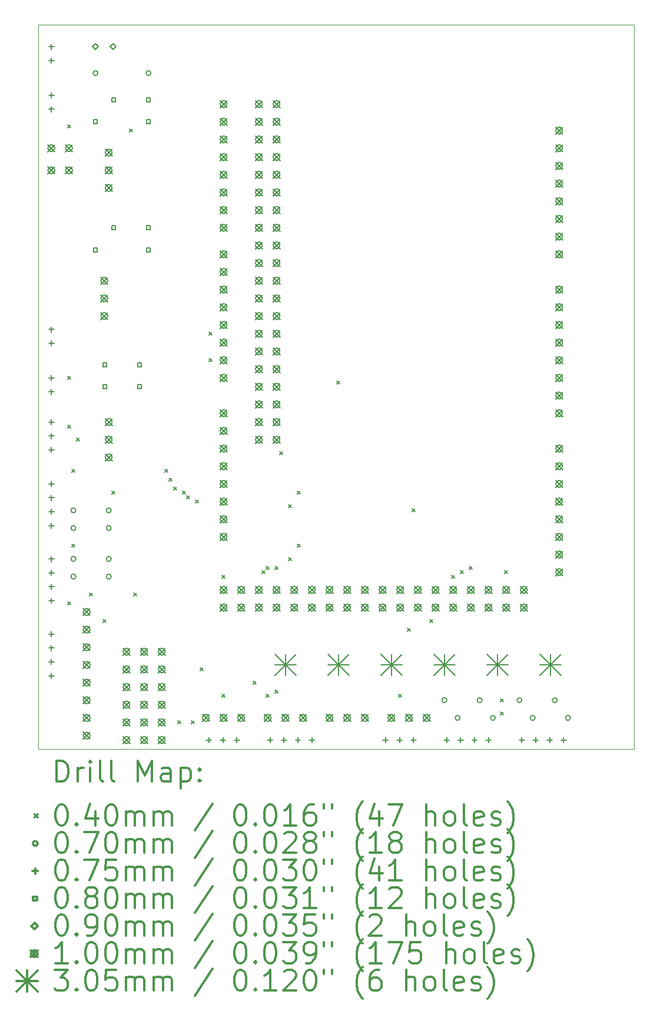
<source format=gbr>
%FSLAX45Y45*%
G04 Gerber Fmt 4.5, Leading zero omitted, Abs format (unit mm)*
G04 Created by KiCad (PCBNEW 4.0.7) date 03/02/18 17:19:39*
%MOMM*%
%LPD*%
G01*
G04 APERTURE LIST*
%ADD10C,0.127000*%
%ADD11C,0.100000*%
%ADD12C,0.200000*%
%ADD13C,0.300000*%
G04 APERTURE END LIST*
D10*
D11*
X10223500Y-5334000D02*
X10922000Y-5334000D01*
X10223500Y-15748000D02*
X10223500Y-5334000D01*
X10922000Y-15748000D02*
X10223500Y-15748000D01*
X18796000Y-15748000D02*
X17970500Y-15748000D01*
X18796000Y-5334000D02*
X18796000Y-15748000D01*
X10922000Y-5334000D02*
X18796000Y-5334000D01*
X10922000Y-15748000D02*
X17970500Y-15748000D01*
D12*
X10648000Y-6774500D02*
X10688000Y-6814500D01*
X10688000Y-6774500D02*
X10648000Y-6814500D01*
X10648000Y-10394000D02*
X10688000Y-10434000D01*
X10688000Y-10394000D02*
X10648000Y-10434000D01*
X10648000Y-11092500D02*
X10688000Y-11132500D01*
X10688000Y-11092500D02*
X10648000Y-11132500D01*
X10648000Y-13632500D02*
X10688000Y-13672500D01*
X10688000Y-13632500D02*
X10648000Y-13672500D01*
X10711500Y-11727500D02*
X10751500Y-11767500D01*
X10751500Y-11727500D02*
X10711500Y-11767500D01*
X10711500Y-12807000D02*
X10751500Y-12847000D01*
X10751500Y-12807000D02*
X10711500Y-12847000D01*
X10775000Y-11283000D02*
X10815000Y-11323000D01*
X10815000Y-11283000D02*
X10775000Y-11323000D01*
X10965500Y-13505500D02*
X11005500Y-13545500D01*
X11005500Y-13505500D02*
X10965500Y-13545500D01*
X11156000Y-13886500D02*
X11196000Y-13926500D01*
X11196000Y-13886500D02*
X11156000Y-13926500D01*
X11283000Y-12045000D02*
X11323000Y-12085000D01*
X11323000Y-12045000D02*
X11283000Y-12085000D01*
X11537000Y-6838000D02*
X11577000Y-6878000D01*
X11577000Y-6838000D02*
X11537000Y-6878000D01*
X11600500Y-13505500D02*
X11640500Y-13545500D01*
X11640500Y-13505500D02*
X11600500Y-13545500D01*
X12045000Y-11727500D02*
X12085000Y-11767500D01*
X12085000Y-11727500D02*
X12045000Y-11767500D01*
X12108500Y-11854500D02*
X12148500Y-11894500D01*
X12148500Y-11854500D02*
X12108500Y-11894500D01*
X12172000Y-11981500D02*
X12212000Y-12021500D01*
X12212000Y-11981500D02*
X12172000Y-12021500D01*
X12235500Y-15347000D02*
X12275500Y-15387000D01*
X12275500Y-15347000D02*
X12235500Y-15387000D01*
X12299000Y-12045000D02*
X12339000Y-12085000D01*
X12339000Y-12045000D02*
X12299000Y-12085000D01*
X12362500Y-12108500D02*
X12402500Y-12148500D01*
X12402500Y-12108500D02*
X12362500Y-12148500D01*
X12426000Y-15347000D02*
X12466000Y-15387000D01*
X12466000Y-15347000D02*
X12426000Y-15387000D01*
X12489500Y-12172000D02*
X12529500Y-12212000D01*
X12529500Y-12172000D02*
X12489500Y-12212000D01*
X12553000Y-14585000D02*
X12593000Y-14625000D01*
X12593000Y-14585000D02*
X12553000Y-14625000D01*
X12680000Y-9759000D02*
X12720000Y-9799000D01*
X12720000Y-9759000D02*
X12680000Y-9799000D01*
X12680000Y-10140000D02*
X12720000Y-10180000D01*
X12720000Y-10140000D02*
X12680000Y-10180000D01*
X12870500Y-13251500D02*
X12910500Y-13291500D01*
X12910500Y-13251500D02*
X12870500Y-13291500D01*
X12870500Y-14966000D02*
X12910500Y-15006000D01*
X12910500Y-14966000D02*
X12870500Y-15006000D01*
X13315000Y-14775500D02*
X13355000Y-14815500D01*
X13355000Y-14775500D02*
X13315000Y-14815500D01*
X13442000Y-13188000D02*
X13482000Y-13228000D01*
X13482000Y-13188000D02*
X13442000Y-13228000D01*
X13505500Y-13124500D02*
X13545500Y-13164500D01*
X13545500Y-13124500D02*
X13505500Y-13164500D01*
X13505500Y-14966000D02*
X13545500Y-15006000D01*
X13545500Y-14966000D02*
X13505500Y-15006000D01*
X13632500Y-13124500D02*
X13672500Y-13164500D01*
X13672500Y-13124500D02*
X13632500Y-13164500D01*
X13632500Y-14902500D02*
X13672500Y-14942500D01*
X13672500Y-14902500D02*
X13632500Y-14942500D01*
X13696000Y-11473500D02*
X13736000Y-11513500D01*
X13736000Y-11473500D02*
X13696000Y-11513500D01*
X13823000Y-12235500D02*
X13863000Y-12275500D01*
X13863000Y-12235500D02*
X13823000Y-12275500D01*
X13823000Y-12997500D02*
X13863000Y-13037500D01*
X13863000Y-12997500D02*
X13823000Y-13037500D01*
X13950000Y-12045000D02*
X13990000Y-12085000D01*
X13990000Y-12045000D02*
X13950000Y-12085000D01*
X13950000Y-12807000D02*
X13990000Y-12847000D01*
X13990000Y-12807000D02*
X13950000Y-12847000D01*
X14521500Y-10457500D02*
X14561500Y-10497500D01*
X14561500Y-10457500D02*
X14521500Y-10497500D01*
X15410500Y-14966000D02*
X15450500Y-15006000D01*
X15450500Y-14966000D02*
X15410500Y-15006000D01*
X15537500Y-14013500D02*
X15577500Y-14053500D01*
X15577500Y-14013500D02*
X15537500Y-14053500D01*
X15601000Y-12299000D02*
X15641000Y-12339000D01*
X15641000Y-12299000D02*
X15601000Y-12339000D01*
X15855000Y-13886500D02*
X15895000Y-13926500D01*
X15895000Y-13886500D02*
X15855000Y-13926500D01*
X16172500Y-13251500D02*
X16212500Y-13291500D01*
X16212500Y-13251500D02*
X16172500Y-13291500D01*
X16299500Y-13188000D02*
X16339500Y-13228000D01*
X16339500Y-13188000D02*
X16299500Y-13228000D01*
X16426500Y-13124500D02*
X16466500Y-13164500D01*
X16466500Y-13124500D02*
X16426500Y-13164500D01*
X16871000Y-15029500D02*
X16911000Y-15069500D01*
X16911000Y-15029500D02*
X16871000Y-15069500D01*
X16871000Y-15220000D02*
X16911000Y-15260000D01*
X16911000Y-15220000D02*
X16871000Y-15260000D01*
X16934500Y-13188000D02*
X16974500Y-13228000D01*
X16974500Y-13188000D02*
X16934500Y-13228000D01*
X10766500Y-12319000D02*
G75*
G03X10766500Y-12319000I-35000J0D01*
G01*
X10766500Y-12573000D02*
G75*
G03X10766500Y-12573000I-35000J0D01*
G01*
X10766500Y-13017500D02*
G75*
G03X10766500Y-13017500I-35000J0D01*
G01*
X10766500Y-13271500D02*
G75*
G03X10766500Y-13271500I-35000J0D01*
G01*
X11084000Y-6032500D02*
G75*
G03X11084000Y-6032500I-35000J0D01*
G01*
X11274500Y-12319000D02*
G75*
G03X11274500Y-12319000I-35000J0D01*
G01*
X11274500Y-12573000D02*
G75*
G03X11274500Y-12573000I-35000J0D01*
G01*
X11274500Y-13017500D02*
G75*
G03X11274500Y-13017500I-35000J0D01*
G01*
X11274500Y-13271500D02*
G75*
G03X11274500Y-13271500I-35000J0D01*
G01*
X11846000Y-6032500D02*
G75*
G03X11846000Y-6032500I-35000J0D01*
G01*
X16100500Y-15049500D02*
G75*
G03X16100500Y-15049500I-35000J0D01*
G01*
X16291000Y-15303500D02*
G75*
G03X16291000Y-15303500I-35000J0D01*
G01*
X16608500Y-15049500D02*
G75*
G03X16608500Y-15049500I-35000J0D01*
G01*
X16799000Y-15303500D02*
G75*
G03X16799000Y-15303500I-35000J0D01*
G01*
X17180000Y-15049500D02*
G75*
G03X17180000Y-15049500I-35000J0D01*
G01*
X17370500Y-15303500D02*
G75*
G03X17370500Y-15303500I-35000J0D01*
G01*
X17688000Y-15049500D02*
G75*
G03X17688000Y-15049500I-35000J0D01*
G01*
X17878500Y-15303500D02*
G75*
G03X17878500Y-15303500I-35000J0D01*
G01*
X10414000Y-5614000D02*
X10414000Y-5689000D01*
X10376500Y-5651500D02*
X10451500Y-5651500D01*
X10414000Y-5814000D02*
X10414000Y-5889000D01*
X10376500Y-5851500D02*
X10451500Y-5851500D01*
X10414000Y-6312500D02*
X10414000Y-6387500D01*
X10376500Y-6350000D02*
X10451500Y-6350000D01*
X10414000Y-6512500D02*
X10414000Y-6587500D01*
X10376500Y-6550000D02*
X10451500Y-6550000D01*
X10414000Y-9678000D02*
X10414000Y-9753000D01*
X10376500Y-9715500D02*
X10451500Y-9715500D01*
X10414000Y-9878000D02*
X10414000Y-9953000D01*
X10376500Y-9915500D02*
X10451500Y-9915500D01*
X10414000Y-10376500D02*
X10414000Y-10451500D01*
X10376500Y-10414000D02*
X10451500Y-10414000D01*
X10414000Y-10576500D02*
X10414000Y-10651500D01*
X10376500Y-10614000D02*
X10451500Y-10614000D01*
X10414000Y-11011500D02*
X10414000Y-11086500D01*
X10376500Y-11049000D02*
X10451500Y-11049000D01*
X10414000Y-11211500D02*
X10414000Y-11286500D01*
X10376500Y-11249000D02*
X10451500Y-11249000D01*
X10414000Y-11411500D02*
X10414000Y-11486500D01*
X10376500Y-11449000D02*
X10451500Y-11449000D01*
X10414000Y-11900500D02*
X10414000Y-11975500D01*
X10376500Y-11938000D02*
X10451500Y-11938000D01*
X10414000Y-12100500D02*
X10414000Y-12175500D01*
X10376500Y-12138000D02*
X10451500Y-12138000D01*
X10414000Y-12300500D02*
X10414000Y-12375500D01*
X10376500Y-12338000D02*
X10451500Y-12338000D01*
X10414000Y-12500500D02*
X10414000Y-12575500D01*
X10376500Y-12538000D02*
X10451500Y-12538000D01*
X10414000Y-12980000D02*
X10414000Y-13055000D01*
X10376500Y-13017500D02*
X10451500Y-13017500D01*
X10414000Y-13180000D02*
X10414000Y-13255000D01*
X10376500Y-13217500D02*
X10451500Y-13217500D01*
X10414000Y-13380000D02*
X10414000Y-13455000D01*
X10376500Y-13417500D02*
X10451500Y-13417500D01*
X10414000Y-13580000D02*
X10414000Y-13655000D01*
X10376500Y-13617500D02*
X10451500Y-13617500D01*
X10414000Y-14059500D02*
X10414000Y-14134500D01*
X10376500Y-14097000D02*
X10451500Y-14097000D01*
X10414000Y-14259500D02*
X10414000Y-14334500D01*
X10376500Y-14297000D02*
X10451500Y-14297000D01*
X10414000Y-14459500D02*
X10414000Y-14534500D01*
X10376500Y-14497000D02*
X10451500Y-14497000D01*
X10414000Y-14659500D02*
X10414000Y-14734500D01*
X10376500Y-14697000D02*
X10451500Y-14697000D01*
X12681000Y-15583500D02*
X12681000Y-15658500D01*
X12643500Y-15621000D02*
X12718500Y-15621000D01*
X12881000Y-15583500D02*
X12881000Y-15658500D01*
X12843500Y-15621000D02*
X12918500Y-15621000D01*
X13081000Y-15583500D02*
X13081000Y-15658500D01*
X13043500Y-15621000D02*
X13118500Y-15621000D01*
X13560500Y-15583500D02*
X13560500Y-15658500D01*
X13523000Y-15621000D02*
X13598000Y-15621000D01*
X13760500Y-15583500D02*
X13760500Y-15658500D01*
X13723000Y-15621000D02*
X13798000Y-15621000D01*
X13960500Y-15583500D02*
X13960500Y-15658500D01*
X13923000Y-15621000D02*
X13998000Y-15621000D01*
X14160500Y-15583500D02*
X14160500Y-15658500D01*
X14123000Y-15621000D02*
X14198000Y-15621000D01*
X15221000Y-15583500D02*
X15221000Y-15658500D01*
X15183500Y-15621000D02*
X15258500Y-15621000D01*
X15421000Y-15583500D02*
X15421000Y-15658500D01*
X15383500Y-15621000D02*
X15458500Y-15621000D01*
X15621000Y-15583500D02*
X15621000Y-15658500D01*
X15583500Y-15621000D02*
X15658500Y-15621000D01*
X16100500Y-15583500D02*
X16100500Y-15658500D01*
X16063000Y-15621000D02*
X16138000Y-15621000D01*
X16300500Y-15583500D02*
X16300500Y-15658500D01*
X16263000Y-15621000D02*
X16338000Y-15621000D01*
X16500500Y-15583500D02*
X16500500Y-15658500D01*
X16463000Y-15621000D02*
X16538000Y-15621000D01*
X16700500Y-15583500D02*
X16700500Y-15658500D01*
X16663000Y-15621000D02*
X16738000Y-15621000D01*
X17180000Y-15583500D02*
X17180000Y-15658500D01*
X17142500Y-15621000D02*
X17217500Y-15621000D01*
X17380000Y-15583500D02*
X17380000Y-15658500D01*
X17342500Y-15621000D02*
X17417500Y-15621000D01*
X17580000Y-15583500D02*
X17580000Y-15658500D01*
X17542500Y-15621000D02*
X17617500Y-15621000D01*
X17780000Y-15583500D02*
X17780000Y-15658500D01*
X17742500Y-15621000D02*
X17817500Y-15621000D01*
X11077285Y-6759284D02*
X11077285Y-6702715D01*
X11020716Y-6702715D01*
X11020716Y-6759284D01*
X11077285Y-6759284D01*
X11077285Y-8600785D02*
X11077285Y-8544216D01*
X11020716Y-8544216D01*
X11020716Y-8600785D01*
X11077285Y-8600785D01*
X11212284Y-10251785D02*
X11212284Y-10195216D01*
X11155716Y-10195216D01*
X11155716Y-10251785D01*
X11212284Y-10251785D01*
X11212284Y-10569285D02*
X11212284Y-10512716D01*
X11155716Y-10512716D01*
X11155716Y-10569285D01*
X11212284Y-10569285D01*
X11339284Y-6441784D02*
X11339284Y-6385215D01*
X11282715Y-6385215D01*
X11282715Y-6441784D01*
X11339284Y-6441784D01*
X11339284Y-8283284D02*
X11339284Y-8226715D01*
X11282715Y-8226715D01*
X11282715Y-8283284D01*
X11339284Y-8283284D01*
X11712284Y-10251785D02*
X11712284Y-10195216D01*
X11655715Y-10195216D01*
X11655715Y-10251785D01*
X11712284Y-10251785D01*
X11712284Y-10569285D02*
X11712284Y-10512716D01*
X11655715Y-10512716D01*
X11655715Y-10569285D01*
X11712284Y-10569285D01*
X11839284Y-6441784D02*
X11839284Y-6385215D01*
X11782715Y-6385215D01*
X11782715Y-6441784D01*
X11839284Y-6441784D01*
X11839284Y-6759284D02*
X11839284Y-6702715D01*
X11782715Y-6702715D01*
X11782715Y-6759284D01*
X11839284Y-6759284D01*
X11839284Y-8283284D02*
X11839284Y-8226715D01*
X11782715Y-8226715D01*
X11782715Y-8283284D01*
X11839284Y-8283284D01*
X11839284Y-8600785D02*
X11839284Y-8544216D01*
X11782715Y-8544216D01*
X11782715Y-8600785D01*
X11839284Y-8600785D01*
X11049000Y-5696500D02*
X11094000Y-5651500D01*
X11049000Y-5606500D01*
X11004000Y-5651500D01*
X11049000Y-5696500D01*
X11303000Y-5696500D02*
X11348000Y-5651500D01*
X11303000Y-5606500D01*
X11258000Y-5651500D01*
X11303000Y-5696500D01*
X10364000Y-7062000D02*
X10464000Y-7162000D01*
X10464000Y-7062000D02*
X10364000Y-7162000D01*
X10464000Y-7112000D02*
G75*
G03X10464000Y-7112000I-50000J0D01*
G01*
X10364000Y-7379500D02*
X10464000Y-7479500D01*
X10464000Y-7379500D02*
X10364000Y-7479500D01*
X10464000Y-7429500D02*
G75*
G03X10464000Y-7429500I-50000J0D01*
G01*
X10618000Y-7062000D02*
X10718000Y-7162000D01*
X10718000Y-7062000D02*
X10618000Y-7162000D01*
X10718000Y-7112000D02*
G75*
G03X10718000Y-7112000I-50000J0D01*
G01*
X10618000Y-7379500D02*
X10718000Y-7479500D01*
X10718000Y-7379500D02*
X10618000Y-7479500D01*
X10718000Y-7429500D02*
G75*
G03X10718000Y-7429500I-50000J0D01*
G01*
X10872000Y-13729500D02*
X10972000Y-13829500D01*
X10972000Y-13729500D02*
X10872000Y-13829500D01*
X10972000Y-13779500D02*
G75*
G03X10972000Y-13779500I-50000J0D01*
G01*
X10872000Y-13983500D02*
X10972000Y-14083500D01*
X10972000Y-13983500D02*
X10872000Y-14083500D01*
X10972000Y-14033500D02*
G75*
G03X10972000Y-14033500I-50000J0D01*
G01*
X10872000Y-14237500D02*
X10972000Y-14337500D01*
X10972000Y-14237500D02*
X10872000Y-14337500D01*
X10972000Y-14287500D02*
G75*
G03X10972000Y-14287500I-50000J0D01*
G01*
X10872000Y-14491500D02*
X10972000Y-14591500D01*
X10972000Y-14491500D02*
X10872000Y-14591500D01*
X10972000Y-14541500D02*
G75*
G03X10972000Y-14541500I-50000J0D01*
G01*
X10872000Y-14745500D02*
X10972000Y-14845500D01*
X10972000Y-14745500D02*
X10872000Y-14845500D01*
X10972000Y-14795500D02*
G75*
G03X10972000Y-14795500I-50000J0D01*
G01*
X10872000Y-14999500D02*
X10972000Y-15099500D01*
X10972000Y-14999500D02*
X10872000Y-15099500D01*
X10972000Y-15049500D02*
G75*
G03X10972000Y-15049500I-50000J0D01*
G01*
X10872000Y-15253500D02*
X10972000Y-15353500D01*
X10972000Y-15253500D02*
X10872000Y-15353500D01*
X10972000Y-15303500D02*
G75*
G03X10972000Y-15303500I-50000J0D01*
G01*
X10872000Y-15507500D02*
X10972000Y-15607500D01*
X10972000Y-15507500D02*
X10872000Y-15607500D01*
X10972000Y-15557500D02*
G75*
G03X10972000Y-15557500I-50000J0D01*
G01*
X11126000Y-8967000D02*
X11226000Y-9067000D01*
X11226000Y-8967000D02*
X11126000Y-9067000D01*
X11226000Y-9017000D02*
G75*
G03X11226000Y-9017000I-50000J0D01*
G01*
X11126000Y-9221000D02*
X11226000Y-9321000D01*
X11226000Y-9221000D02*
X11126000Y-9321000D01*
X11226000Y-9271000D02*
G75*
G03X11226000Y-9271000I-50000J0D01*
G01*
X11126000Y-9475000D02*
X11226000Y-9575000D01*
X11226000Y-9475000D02*
X11126000Y-9575000D01*
X11226000Y-9525000D02*
G75*
G03X11226000Y-9525000I-50000J0D01*
G01*
X11189500Y-7125500D02*
X11289500Y-7225500D01*
X11289500Y-7125500D02*
X11189500Y-7225500D01*
X11289500Y-7175500D02*
G75*
G03X11289500Y-7175500I-50000J0D01*
G01*
X11189500Y-7379500D02*
X11289500Y-7479500D01*
X11289500Y-7379500D02*
X11189500Y-7479500D01*
X11289500Y-7429500D02*
G75*
G03X11289500Y-7429500I-50000J0D01*
G01*
X11189500Y-7633500D02*
X11289500Y-7733500D01*
X11289500Y-7633500D02*
X11189500Y-7733500D01*
X11289500Y-7683500D02*
G75*
G03X11289500Y-7683500I-50000J0D01*
G01*
X11189500Y-10999000D02*
X11289500Y-11099000D01*
X11289500Y-10999000D02*
X11189500Y-11099000D01*
X11289500Y-11049000D02*
G75*
G03X11289500Y-11049000I-50000J0D01*
G01*
X11189500Y-11253000D02*
X11289500Y-11353000D01*
X11289500Y-11253000D02*
X11189500Y-11353000D01*
X11289500Y-11303000D02*
G75*
G03X11289500Y-11303000I-50000J0D01*
G01*
X11189500Y-11507000D02*
X11289500Y-11607000D01*
X11289500Y-11507000D02*
X11189500Y-11607000D01*
X11289500Y-11557000D02*
G75*
G03X11289500Y-11557000I-50000J0D01*
G01*
X11443500Y-14301000D02*
X11543500Y-14401000D01*
X11543500Y-14301000D02*
X11443500Y-14401000D01*
X11543500Y-14351000D02*
G75*
G03X11543500Y-14351000I-50000J0D01*
G01*
X11443500Y-14555000D02*
X11543500Y-14655000D01*
X11543500Y-14555000D02*
X11443500Y-14655000D01*
X11543500Y-14605000D02*
G75*
G03X11543500Y-14605000I-50000J0D01*
G01*
X11443500Y-14809000D02*
X11543500Y-14909000D01*
X11543500Y-14809000D02*
X11443500Y-14909000D01*
X11543500Y-14859000D02*
G75*
G03X11543500Y-14859000I-50000J0D01*
G01*
X11443500Y-15063000D02*
X11543500Y-15163000D01*
X11543500Y-15063000D02*
X11443500Y-15163000D01*
X11543500Y-15113000D02*
G75*
G03X11543500Y-15113000I-50000J0D01*
G01*
X11443500Y-15317000D02*
X11543500Y-15417000D01*
X11543500Y-15317000D02*
X11443500Y-15417000D01*
X11543500Y-15367000D02*
G75*
G03X11543500Y-15367000I-50000J0D01*
G01*
X11443500Y-15571000D02*
X11543500Y-15671000D01*
X11543500Y-15571000D02*
X11443500Y-15671000D01*
X11543500Y-15621000D02*
G75*
G03X11543500Y-15621000I-50000J0D01*
G01*
X11697500Y-14301000D02*
X11797500Y-14401000D01*
X11797500Y-14301000D02*
X11697500Y-14401000D01*
X11797500Y-14351000D02*
G75*
G03X11797500Y-14351000I-50000J0D01*
G01*
X11697500Y-14555000D02*
X11797500Y-14655000D01*
X11797500Y-14555000D02*
X11697500Y-14655000D01*
X11797500Y-14605000D02*
G75*
G03X11797500Y-14605000I-50000J0D01*
G01*
X11697500Y-14809000D02*
X11797500Y-14909000D01*
X11797500Y-14809000D02*
X11697500Y-14909000D01*
X11797500Y-14859000D02*
G75*
G03X11797500Y-14859000I-50000J0D01*
G01*
X11697500Y-15063000D02*
X11797500Y-15163000D01*
X11797500Y-15063000D02*
X11697500Y-15163000D01*
X11797500Y-15113000D02*
G75*
G03X11797500Y-15113000I-50000J0D01*
G01*
X11697500Y-15317000D02*
X11797500Y-15417000D01*
X11797500Y-15317000D02*
X11697500Y-15417000D01*
X11797500Y-15367000D02*
G75*
G03X11797500Y-15367000I-50000J0D01*
G01*
X11697500Y-15571000D02*
X11797500Y-15671000D01*
X11797500Y-15571000D02*
X11697500Y-15671000D01*
X11797500Y-15621000D02*
G75*
G03X11797500Y-15621000I-50000J0D01*
G01*
X11951500Y-14301000D02*
X12051500Y-14401000D01*
X12051500Y-14301000D02*
X11951500Y-14401000D01*
X12051500Y-14351000D02*
G75*
G03X12051500Y-14351000I-50000J0D01*
G01*
X11951500Y-14555000D02*
X12051500Y-14655000D01*
X12051500Y-14555000D02*
X11951500Y-14655000D01*
X12051500Y-14605000D02*
G75*
G03X12051500Y-14605000I-50000J0D01*
G01*
X11951500Y-14809000D02*
X12051500Y-14909000D01*
X12051500Y-14809000D02*
X11951500Y-14909000D01*
X12051500Y-14859000D02*
G75*
G03X12051500Y-14859000I-50000J0D01*
G01*
X11951500Y-15063000D02*
X12051500Y-15163000D01*
X12051500Y-15063000D02*
X11951500Y-15163000D01*
X12051500Y-15113000D02*
G75*
G03X12051500Y-15113000I-50000J0D01*
G01*
X11951500Y-15317000D02*
X12051500Y-15417000D01*
X12051500Y-15317000D02*
X11951500Y-15417000D01*
X12051500Y-15367000D02*
G75*
G03X12051500Y-15367000I-50000J0D01*
G01*
X11951500Y-15571000D02*
X12051500Y-15671000D01*
X12051500Y-15571000D02*
X11951500Y-15671000D01*
X12051500Y-15621000D02*
G75*
G03X12051500Y-15621000I-50000J0D01*
G01*
X12586500Y-15253500D02*
X12686500Y-15353500D01*
X12686500Y-15253500D02*
X12586500Y-15353500D01*
X12686500Y-15303500D02*
G75*
G03X12686500Y-15303500I-50000J0D01*
G01*
X12840500Y-6427000D02*
X12940500Y-6527000D01*
X12940500Y-6427000D02*
X12840500Y-6527000D01*
X12940500Y-6477000D02*
G75*
G03X12940500Y-6477000I-50000J0D01*
G01*
X12840500Y-6681000D02*
X12940500Y-6781000D01*
X12940500Y-6681000D02*
X12840500Y-6781000D01*
X12940500Y-6731000D02*
G75*
G03X12940500Y-6731000I-50000J0D01*
G01*
X12840500Y-6935000D02*
X12940500Y-7035000D01*
X12940500Y-6935000D02*
X12840500Y-7035000D01*
X12940500Y-6985000D02*
G75*
G03X12940500Y-6985000I-50000J0D01*
G01*
X12840500Y-7189000D02*
X12940500Y-7289000D01*
X12940500Y-7189000D02*
X12840500Y-7289000D01*
X12940500Y-7239000D02*
G75*
G03X12940500Y-7239000I-50000J0D01*
G01*
X12840500Y-7443000D02*
X12940500Y-7543000D01*
X12940500Y-7443000D02*
X12840500Y-7543000D01*
X12940500Y-7493000D02*
G75*
G03X12940500Y-7493000I-50000J0D01*
G01*
X12840500Y-7697000D02*
X12940500Y-7797000D01*
X12940500Y-7697000D02*
X12840500Y-7797000D01*
X12940500Y-7747000D02*
G75*
G03X12940500Y-7747000I-50000J0D01*
G01*
X12840500Y-7951000D02*
X12940500Y-8051000D01*
X12940500Y-7951000D02*
X12840500Y-8051000D01*
X12940500Y-8001000D02*
G75*
G03X12940500Y-8001000I-50000J0D01*
G01*
X12840500Y-8205000D02*
X12940500Y-8305000D01*
X12940500Y-8205000D02*
X12840500Y-8305000D01*
X12940500Y-8255000D02*
G75*
G03X12940500Y-8255000I-50000J0D01*
G01*
X12840500Y-8586000D02*
X12940500Y-8686000D01*
X12940500Y-8586000D02*
X12840500Y-8686000D01*
X12940500Y-8636000D02*
G75*
G03X12940500Y-8636000I-50000J0D01*
G01*
X12840500Y-8840000D02*
X12940500Y-8940000D01*
X12940500Y-8840000D02*
X12840500Y-8940000D01*
X12940500Y-8890000D02*
G75*
G03X12940500Y-8890000I-50000J0D01*
G01*
X12840500Y-9094000D02*
X12940500Y-9194000D01*
X12940500Y-9094000D02*
X12840500Y-9194000D01*
X12940500Y-9144000D02*
G75*
G03X12940500Y-9144000I-50000J0D01*
G01*
X12840500Y-9348000D02*
X12940500Y-9448000D01*
X12940500Y-9348000D02*
X12840500Y-9448000D01*
X12940500Y-9398000D02*
G75*
G03X12940500Y-9398000I-50000J0D01*
G01*
X12840500Y-9602000D02*
X12940500Y-9702000D01*
X12940500Y-9602000D02*
X12840500Y-9702000D01*
X12940500Y-9652000D02*
G75*
G03X12940500Y-9652000I-50000J0D01*
G01*
X12840500Y-9856000D02*
X12940500Y-9956000D01*
X12940500Y-9856000D02*
X12840500Y-9956000D01*
X12940500Y-9906000D02*
G75*
G03X12940500Y-9906000I-50000J0D01*
G01*
X12840500Y-10110000D02*
X12940500Y-10210000D01*
X12940500Y-10110000D02*
X12840500Y-10210000D01*
X12940500Y-10160000D02*
G75*
G03X12940500Y-10160000I-50000J0D01*
G01*
X12840500Y-10364000D02*
X12940500Y-10464000D01*
X12940500Y-10364000D02*
X12840500Y-10464000D01*
X12940500Y-10414000D02*
G75*
G03X12940500Y-10414000I-50000J0D01*
G01*
X12840500Y-10872000D02*
X12940500Y-10972000D01*
X12940500Y-10872000D02*
X12840500Y-10972000D01*
X12940500Y-10922000D02*
G75*
G03X12940500Y-10922000I-50000J0D01*
G01*
X12840500Y-11126000D02*
X12940500Y-11226000D01*
X12940500Y-11126000D02*
X12840500Y-11226000D01*
X12940500Y-11176000D02*
G75*
G03X12940500Y-11176000I-50000J0D01*
G01*
X12840500Y-11380000D02*
X12940500Y-11480000D01*
X12940500Y-11380000D02*
X12840500Y-11480000D01*
X12940500Y-11430000D02*
G75*
G03X12940500Y-11430000I-50000J0D01*
G01*
X12840500Y-11634000D02*
X12940500Y-11734000D01*
X12940500Y-11634000D02*
X12840500Y-11734000D01*
X12940500Y-11684000D02*
G75*
G03X12940500Y-11684000I-50000J0D01*
G01*
X12840500Y-11888000D02*
X12940500Y-11988000D01*
X12940500Y-11888000D02*
X12840500Y-11988000D01*
X12940500Y-11938000D02*
G75*
G03X12940500Y-11938000I-50000J0D01*
G01*
X12840500Y-12142000D02*
X12940500Y-12242000D01*
X12940500Y-12142000D02*
X12840500Y-12242000D01*
X12940500Y-12192000D02*
G75*
G03X12940500Y-12192000I-50000J0D01*
G01*
X12840500Y-12396000D02*
X12940500Y-12496000D01*
X12940500Y-12396000D02*
X12840500Y-12496000D01*
X12940500Y-12446000D02*
G75*
G03X12940500Y-12446000I-50000J0D01*
G01*
X12840500Y-12650000D02*
X12940500Y-12750000D01*
X12940500Y-12650000D02*
X12840500Y-12750000D01*
X12940500Y-12700000D02*
G75*
G03X12940500Y-12700000I-50000J0D01*
G01*
X12840500Y-13412000D02*
X12940500Y-13512000D01*
X12940500Y-13412000D02*
X12840500Y-13512000D01*
X12940500Y-13462000D02*
G75*
G03X12940500Y-13462000I-50000J0D01*
G01*
X12840500Y-13666000D02*
X12940500Y-13766000D01*
X12940500Y-13666000D02*
X12840500Y-13766000D01*
X12940500Y-13716000D02*
G75*
G03X12940500Y-13716000I-50000J0D01*
G01*
X12840500Y-15253500D02*
X12940500Y-15353500D01*
X12940500Y-15253500D02*
X12840500Y-15353500D01*
X12940500Y-15303500D02*
G75*
G03X12940500Y-15303500I-50000J0D01*
G01*
X13094500Y-13412000D02*
X13194500Y-13512000D01*
X13194500Y-13412000D02*
X13094500Y-13512000D01*
X13194500Y-13462000D02*
G75*
G03X13194500Y-13462000I-50000J0D01*
G01*
X13094500Y-13666000D02*
X13194500Y-13766000D01*
X13194500Y-13666000D02*
X13094500Y-13766000D01*
X13194500Y-13716000D02*
G75*
G03X13194500Y-13716000I-50000J0D01*
G01*
X13094500Y-15253500D02*
X13194500Y-15353500D01*
X13194500Y-15253500D02*
X13094500Y-15353500D01*
X13194500Y-15303500D02*
G75*
G03X13194500Y-15303500I-50000J0D01*
G01*
X13348500Y-6427000D02*
X13448500Y-6527000D01*
X13448500Y-6427000D02*
X13348500Y-6527000D01*
X13448500Y-6477000D02*
G75*
G03X13448500Y-6477000I-50000J0D01*
G01*
X13348500Y-6681000D02*
X13448500Y-6781000D01*
X13448500Y-6681000D02*
X13348500Y-6781000D01*
X13448500Y-6731000D02*
G75*
G03X13448500Y-6731000I-50000J0D01*
G01*
X13348500Y-6935000D02*
X13448500Y-7035000D01*
X13448500Y-6935000D02*
X13348500Y-7035000D01*
X13448500Y-6985000D02*
G75*
G03X13448500Y-6985000I-50000J0D01*
G01*
X13348500Y-7189000D02*
X13448500Y-7289000D01*
X13448500Y-7189000D02*
X13348500Y-7289000D01*
X13448500Y-7239000D02*
G75*
G03X13448500Y-7239000I-50000J0D01*
G01*
X13348500Y-7443000D02*
X13448500Y-7543000D01*
X13448500Y-7443000D02*
X13348500Y-7543000D01*
X13448500Y-7493000D02*
G75*
G03X13448500Y-7493000I-50000J0D01*
G01*
X13348500Y-7697000D02*
X13448500Y-7797000D01*
X13448500Y-7697000D02*
X13348500Y-7797000D01*
X13448500Y-7747000D02*
G75*
G03X13448500Y-7747000I-50000J0D01*
G01*
X13348500Y-7951000D02*
X13448500Y-8051000D01*
X13448500Y-7951000D02*
X13348500Y-8051000D01*
X13448500Y-8001000D02*
G75*
G03X13448500Y-8001000I-50000J0D01*
G01*
X13348500Y-8205000D02*
X13448500Y-8305000D01*
X13448500Y-8205000D02*
X13348500Y-8305000D01*
X13448500Y-8255000D02*
G75*
G03X13448500Y-8255000I-50000J0D01*
G01*
X13348500Y-8459000D02*
X13448500Y-8559000D01*
X13448500Y-8459000D02*
X13348500Y-8559000D01*
X13448500Y-8509000D02*
G75*
G03X13448500Y-8509000I-50000J0D01*
G01*
X13348500Y-8713000D02*
X13448500Y-8813000D01*
X13448500Y-8713000D02*
X13348500Y-8813000D01*
X13448500Y-8763000D02*
G75*
G03X13448500Y-8763000I-50000J0D01*
G01*
X13348500Y-8967000D02*
X13448500Y-9067000D01*
X13448500Y-8967000D02*
X13348500Y-9067000D01*
X13448500Y-9017000D02*
G75*
G03X13448500Y-9017000I-50000J0D01*
G01*
X13348500Y-9221000D02*
X13448500Y-9321000D01*
X13448500Y-9221000D02*
X13348500Y-9321000D01*
X13448500Y-9271000D02*
G75*
G03X13448500Y-9271000I-50000J0D01*
G01*
X13348500Y-9475000D02*
X13448500Y-9575000D01*
X13448500Y-9475000D02*
X13348500Y-9575000D01*
X13448500Y-9525000D02*
G75*
G03X13448500Y-9525000I-50000J0D01*
G01*
X13348500Y-9729000D02*
X13448500Y-9829000D01*
X13448500Y-9729000D02*
X13348500Y-9829000D01*
X13448500Y-9779000D02*
G75*
G03X13448500Y-9779000I-50000J0D01*
G01*
X13348500Y-9983000D02*
X13448500Y-10083000D01*
X13448500Y-9983000D02*
X13348500Y-10083000D01*
X13448500Y-10033000D02*
G75*
G03X13448500Y-10033000I-50000J0D01*
G01*
X13348500Y-10237000D02*
X13448500Y-10337000D01*
X13448500Y-10237000D02*
X13348500Y-10337000D01*
X13448500Y-10287000D02*
G75*
G03X13448500Y-10287000I-50000J0D01*
G01*
X13348500Y-10491000D02*
X13448500Y-10591000D01*
X13448500Y-10491000D02*
X13348500Y-10591000D01*
X13448500Y-10541000D02*
G75*
G03X13448500Y-10541000I-50000J0D01*
G01*
X13348500Y-10745000D02*
X13448500Y-10845000D01*
X13448500Y-10745000D02*
X13348500Y-10845000D01*
X13448500Y-10795000D02*
G75*
G03X13448500Y-10795000I-50000J0D01*
G01*
X13348500Y-10999000D02*
X13448500Y-11099000D01*
X13448500Y-10999000D02*
X13348500Y-11099000D01*
X13448500Y-11049000D02*
G75*
G03X13448500Y-11049000I-50000J0D01*
G01*
X13348500Y-11253000D02*
X13448500Y-11353000D01*
X13448500Y-11253000D02*
X13348500Y-11353000D01*
X13448500Y-11303000D02*
G75*
G03X13448500Y-11303000I-50000J0D01*
G01*
X13348500Y-13412000D02*
X13448500Y-13512000D01*
X13448500Y-13412000D02*
X13348500Y-13512000D01*
X13448500Y-13462000D02*
G75*
G03X13448500Y-13462000I-50000J0D01*
G01*
X13348500Y-13666000D02*
X13448500Y-13766000D01*
X13448500Y-13666000D02*
X13348500Y-13766000D01*
X13448500Y-13716000D02*
G75*
G03X13448500Y-13716000I-50000J0D01*
G01*
X13475500Y-15253500D02*
X13575500Y-15353500D01*
X13575500Y-15253500D02*
X13475500Y-15353500D01*
X13575500Y-15303500D02*
G75*
G03X13575500Y-15303500I-50000J0D01*
G01*
X13602500Y-6427000D02*
X13702500Y-6527000D01*
X13702500Y-6427000D02*
X13602500Y-6527000D01*
X13702500Y-6477000D02*
G75*
G03X13702500Y-6477000I-50000J0D01*
G01*
X13602500Y-6681000D02*
X13702500Y-6781000D01*
X13702500Y-6681000D02*
X13602500Y-6781000D01*
X13702500Y-6731000D02*
G75*
G03X13702500Y-6731000I-50000J0D01*
G01*
X13602500Y-6935000D02*
X13702500Y-7035000D01*
X13702500Y-6935000D02*
X13602500Y-7035000D01*
X13702500Y-6985000D02*
G75*
G03X13702500Y-6985000I-50000J0D01*
G01*
X13602500Y-7189000D02*
X13702500Y-7289000D01*
X13702500Y-7189000D02*
X13602500Y-7289000D01*
X13702500Y-7239000D02*
G75*
G03X13702500Y-7239000I-50000J0D01*
G01*
X13602500Y-7443000D02*
X13702500Y-7543000D01*
X13702500Y-7443000D02*
X13602500Y-7543000D01*
X13702500Y-7493000D02*
G75*
G03X13702500Y-7493000I-50000J0D01*
G01*
X13602500Y-7697000D02*
X13702500Y-7797000D01*
X13702500Y-7697000D02*
X13602500Y-7797000D01*
X13702500Y-7747000D02*
G75*
G03X13702500Y-7747000I-50000J0D01*
G01*
X13602500Y-7951000D02*
X13702500Y-8051000D01*
X13702500Y-7951000D02*
X13602500Y-8051000D01*
X13702500Y-8001000D02*
G75*
G03X13702500Y-8001000I-50000J0D01*
G01*
X13602500Y-8205000D02*
X13702500Y-8305000D01*
X13702500Y-8205000D02*
X13602500Y-8305000D01*
X13702500Y-8255000D02*
G75*
G03X13702500Y-8255000I-50000J0D01*
G01*
X13602500Y-8459000D02*
X13702500Y-8559000D01*
X13702500Y-8459000D02*
X13602500Y-8559000D01*
X13702500Y-8509000D02*
G75*
G03X13702500Y-8509000I-50000J0D01*
G01*
X13602500Y-8713000D02*
X13702500Y-8813000D01*
X13702500Y-8713000D02*
X13602500Y-8813000D01*
X13702500Y-8763000D02*
G75*
G03X13702500Y-8763000I-50000J0D01*
G01*
X13602500Y-8967000D02*
X13702500Y-9067000D01*
X13702500Y-8967000D02*
X13602500Y-9067000D01*
X13702500Y-9017000D02*
G75*
G03X13702500Y-9017000I-50000J0D01*
G01*
X13602500Y-9221000D02*
X13702500Y-9321000D01*
X13702500Y-9221000D02*
X13602500Y-9321000D01*
X13702500Y-9271000D02*
G75*
G03X13702500Y-9271000I-50000J0D01*
G01*
X13602500Y-9475000D02*
X13702500Y-9575000D01*
X13702500Y-9475000D02*
X13602500Y-9575000D01*
X13702500Y-9525000D02*
G75*
G03X13702500Y-9525000I-50000J0D01*
G01*
X13602500Y-9729000D02*
X13702500Y-9829000D01*
X13702500Y-9729000D02*
X13602500Y-9829000D01*
X13702500Y-9779000D02*
G75*
G03X13702500Y-9779000I-50000J0D01*
G01*
X13602500Y-9983000D02*
X13702500Y-10083000D01*
X13702500Y-9983000D02*
X13602500Y-10083000D01*
X13702500Y-10033000D02*
G75*
G03X13702500Y-10033000I-50000J0D01*
G01*
X13602500Y-10237000D02*
X13702500Y-10337000D01*
X13702500Y-10237000D02*
X13602500Y-10337000D01*
X13702500Y-10287000D02*
G75*
G03X13702500Y-10287000I-50000J0D01*
G01*
X13602500Y-10491000D02*
X13702500Y-10591000D01*
X13702500Y-10491000D02*
X13602500Y-10591000D01*
X13702500Y-10541000D02*
G75*
G03X13702500Y-10541000I-50000J0D01*
G01*
X13602500Y-10745000D02*
X13702500Y-10845000D01*
X13702500Y-10745000D02*
X13602500Y-10845000D01*
X13702500Y-10795000D02*
G75*
G03X13702500Y-10795000I-50000J0D01*
G01*
X13602500Y-10999000D02*
X13702500Y-11099000D01*
X13702500Y-10999000D02*
X13602500Y-11099000D01*
X13702500Y-11049000D02*
G75*
G03X13702500Y-11049000I-50000J0D01*
G01*
X13602500Y-11253000D02*
X13702500Y-11353000D01*
X13702500Y-11253000D02*
X13602500Y-11353000D01*
X13702500Y-11303000D02*
G75*
G03X13702500Y-11303000I-50000J0D01*
G01*
X13602500Y-13412000D02*
X13702500Y-13512000D01*
X13702500Y-13412000D02*
X13602500Y-13512000D01*
X13702500Y-13462000D02*
G75*
G03X13702500Y-13462000I-50000J0D01*
G01*
X13602500Y-13666000D02*
X13702500Y-13766000D01*
X13702500Y-13666000D02*
X13602500Y-13766000D01*
X13702500Y-13716000D02*
G75*
G03X13702500Y-13716000I-50000J0D01*
G01*
X13729500Y-15253500D02*
X13829500Y-15353500D01*
X13829500Y-15253500D02*
X13729500Y-15353500D01*
X13829500Y-15303500D02*
G75*
G03X13829500Y-15303500I-50000J0D01*
G01*
X13856500Y-13412000D02*
X13956500Y-13512000D01*
X13956500Y-13412000D02*
X13856500Y-13512000D01*
X13956500Y-13462000D02*
G75*
G03X13956500Y-13462000I-50000J0D01*
G01*
X13856500Y-13666000D02*
X13956500Y-13766000D01*
X13956500Y-13666000D02*
X13856500Y-13766000D01*
X13956500Y-13716000D02*
G75*
G03X13956500Y-13716000I-50000J0D01*
G01*
X13983500Y-15253500D02*
X14083500Y-15353500D01*
X14083500Y-15253500D02*
X13983500Y-15353500D01*
X14083500Y-15303500D02*
G75*
G03X14083500Y-15303500I-50000J0D01*
G01*
X14110500Y-13412000D02*
X14210500Y-13512000D01*
X14210500Y-13412000D02*
X14110500Y-13512000D01*
X14210500Y-13462000D02*
G75*
G03X14210500Y-13462000I-50000J0D01*
G01*
X14110500Y-13666000D02*
X14210500Y-13766000D01*
X14210500Y-13666000D02*
X14110500Y-13766000D01*
X14210500Y-13716000D02*
G75*
G03X14210500Y-13716000I-50000J0D01*
G01*
X14364500Y-13412000D02*
X14464500Y-13512000D01*
X14464500Y-13412000D02*
X14364500Y-13512000D01*
X14464500Y-13462000D02*
G75*
G03X14464500Y-13462000I-50000J0D01*
G01*
X14364500Y-13666000D02*
X14464500Y-13766000D01*
X14464500Y-13666000D02*
X14364500Y-13766000D01*
X14464500Y-13716000D02*
G75*
G03X14464500Y-13716000I-50000J0D01*
G01*
X14364500Y-15253500D02*
X14464500Y-15353500D01*
X14464500Y-15253500D02*
X14364500Y-15353500D01*
X14464500Y-15303500D02*
G75*
G03X14464500Y-15303500I-50000J0D01*
G01*
X14618500Y-13412000D02*
X14718500Y-13512000D01*
X14718500Y-13412000D02*
X14618500Y-13512000D01*
X14718500Y-13462000D02*
G75*
G03X14718500Y-13462000I-50000J0D01*
G01*
X14618500Y-13666000D02*
X14718500Y-13766000D01*
X14718500Y-13666000D02*
X14618500Y-13766000D01*
X14718500Y-13716000D02*
G75*
G03X14718500Y-13716000I-50000J0D01*
G01*
X14618500Y-15253500D02*
X14718500Y-15353500D01*
X14718500Y-15253500D02*
X14618500Y-15353500D01*
X14718500Y-15303500D02*
G75*
G03X14718500Y-15303500I-50000J0D01*
G01*
X14872500Y-13412000D02*
X14972500Y-13512000D01*
X14972500Y-13412000D02*
X14872500Y-13512000D01*
X14972500Y-13462000D02*
G75*
G03X14972500Y-13462000I-50000J0D01*
G01*
X14872500Y-13666000D02*
X14972500Y-13766000D01*
X14972500Y-13666000D02*
X14872500Y-13766000D01*
X14972500Y-13716000D02*
G75*
G03X14972500Y-13716000I-50000J0D01*
G01*
X14872500Y-15253500D02*
X14972500Y-15353500D01*
X14972500Y-15253500D02*
X14872500Y-15353500D01*
X14972500Y-15303500D02*
G75*
G03X14972500Y-15303500I-50000J0D01*
G01*
X15126500Y-13412000D02*
X15226500Y-13512000D01*
X15226500Y-13412000D02*
X15126500Y-13512000D01*
X15226500Y-13462000D02*
G75*
G03X15226500Y-13462000I-50000J0D01*
G01*
X15126500Y-13666000D02*
X15226500Y-13766000D01*
X15226500Y-13666000D02*
X15126500Y-13766000D01*
X15226500Y-13716000D02*
G75*
G03X15226500Y-13716000I-50000J0D01*
G01*
X15253500Y-15253500D02*
X15353500Y-15353500D01*
X15353500Y-15253500D02*
X15253500Y-15353500D01*
X15353500Y-15303500D02*
G75*
G03X15353500Y-15303500I-50000J0D01*
G01*
X15380500Y-13412000D02*
X15480500Y-13512000D01*
X15480500Y-13412000D02*
X15380500Y-13512000D01*
X15480500Y-13462000D02*
G75*
G03X15480500Y-13462000I-50000J0D01*
G01*
X15380500Y-13666000D02*
X15480500Y-13766000D01*
X15480500Y-13666000D02*
X15380500Y-13766000D01*
X15480500Y-13716000D02*
G75*
G03X15480500Y-13716000I-50000J0D01*
G01*
X15507500Y-15253500D02*
X15607500Y-15353500D01*
X15607500Y-15253500D02*
X15507500Y-15353500D01*
X15607500Y-15303500D02*
G75*
G03X15607500Y-15303500I-50000J0D01*
G01*
X15634500Y-13412000D02*
X15734500Y-13512000D01*
X15734500Y-13412000D02*
X15634500Y-13512000D01*
X15734500Y-13462000D02*
G75*
G03X15734500Y-13462000I-50000J0D01*
G01*
X15634500Y-13666000D02*
X15734500Y-13766000D01*
X15734500Y-13666000D02*
X15634500Y-13766000D01*
X15734500Y-13716000D02*
G75*
G03X15734500Y-13716000I-50000J0D01*
G01*
X15761500Y-15253500D02*
X15861500Y-15353500D01*
X15861500Y-15253500D02*
X15761500Y-15353500D01*
X15861500Y-15303500D02*
G75*
G03X15861500Y-15303500I-50000J0D01*
G01*
X15888500Y-13412000D02*
X15988500Y-13512000D01*
X15988500Y-13412000D02*
X15888500Y-13512000D01*
X15988500Y-13462000D02*
G75*
G03X15988500Y-13462000I-50000J0D01*
G01*
X15888500Y-13666000D02*
X15988500Y-13766000D01*
X15988500Y-13666000D02*
X15888500Y-13766000D01*
X15988500Y-13716000D02*
G75*
G03X15988500Y-13716000I-50000J0D01*
G01*
X16142500Y-13412000D02*
X16242500Y-13512000D01*
X16242500Y-13412000D02*
X16142500Y-13512000D01*
X16242500Y-13462000D02*
G75*
G03X16242500Y-13462000I-50000J0D01*
G01*
X16142500Y-13666000D02*
X16242500Y-13766000D01*
X16242500Y-13666000D02*
X16142500Y-13766000D01*
X16242500Y-13716000D02*
G75*
G03X16242500Y-13716000I-50000J0D01*
G01*
X16396500Y-13412000D02*
X16496500Y-13512000D01*
X16496500Y-13412000D02*
X16396500Y-13512000D01*
X16496500Y-13462000D02*
G75*
G03X16496500Y-13462000I-50000J0D01*
G01*
X16396500Y-13666000D02*
X16496500Y-13766000D01*
X16496500Y-13666000D02*
X16396500Y-13766000D01*
X16496500Y-13716000D02*
G75*
G03X16496500Y-13716000I-50000J0D01*
G01*
X16650500Y-13412000D02*
X16750500Y-13512000D01*
X16750500Y-13412000D02*
X16650500Y-13512000D01*
X16750500Y-13462000D02*
G75*
G03X16750500Y-13462000I-50000J0D01*
G01*
X16650500Y-13666000D02*
X16750500Y-13766000D01*
X16750500Y-13666000D02*
X16650500Y-13766000D01*
X16750500Y-13716000D02*
G75*
G03X16750500Y-13716000I-50000J0D01*
G01*
X16904500Y-13412000D02*
X17004500Y-13512000D01*
X17004500Y-13412000D02*
X16904500Y-13512000D01*
X17004500Y-13462000D02*
G75*
G03X17004500Y-13462000I-50000J0D01*
G01*
X16904500Y-13666000D02*
X17004500Y-13766000D01*
X17004500Y-13666000D02*
X16904500Y-13766000D01*
X17004500Y-13716000D02*
G75*
G03X17004500Y-13716000I-50000J0D01*
G01*
X17158500Y-13412000D02*
X17258500Y-13512000D01*
X17258500Y-13412000D02*
X17158500Y-13512000D01*
X17258500Y-13462000D02*
G75*
G03X17258500Y-13462000I-50000J0D01*
G01*
X17158500Y-13666000D02*
X17258500Y-13766000D01*
X17258500Y-13666000D02*
X17158500Y-13766000D01*
X17258500Y-13716000D02*
G75*
G03X17258500Y-13716000I-50000J0D01*
G01*
X17666500Y-6808000D02*
X17766500Y-6908000D01*
X17766500Y-6808000D02*
X17666500Y-6908000D01*
X17766500Y-6858000D02*
G75*
G03X17766500Y-6858000I-50000J0D01*
G01*
X17666500Y-7062000D02*
X17766500Y-7162000D01*
X17766500Y-7062000D02*
X17666500Y-7162000D01*
X17766500Y-7112000D02*
G75*
G03X17766500Y-7112000I-50000J0D01*
G01*
X17666500Y-7316000D02*
X17766500Y-7416000D01*
X17766500Y-7316000D02*
X17666500Y-7416000D01*
X17766500Y-7366000D02*
G75*
G03X17766500Y-7366000I-50000J0D01*
G01*
X17666500Y-7570000D02*
X17766500Y-7670000D01*
X17766500Y-7570000D02*
X17666500Y-7670000D01*
X17766500Y-7620000D02*
G75*
G03X17766500Y-7620000I-50000J0D01*
G01*
X17666500Y-7824000D02*
X17766500Y-7924000D01*
X17766500Y-7824000D02*
X17666500Y-7924000D01*
X17766500Y-7874000D02*
G75*
G03X17766500Y-7874000I-50000J0D01*
G01*
X17666500Y-8078000D02*
X17766500Y-8178000D01*
X17766500Y-8078000D02*
X17666500Y-8178000D01*
X17766500Y-8128000D02*
G75*
G03X17766500Y-8128000I-50000J0D01*
G01*
X17666500Y-8332000D02*
X17766500Y-8432000D01*
X17766500Y-8332000D02*
X17666500Y-8432000D01*
X17766500Y-8382000D02*
G75*
G03X17766500Y-8382000I-50000J0D01*
G01*
X17666500Y-8586000D02*
X17766500Y-8686000D01*
X17766500Y-8586000D02*
X17666500Y-8686000D01*
X17766500Y-8636000D02*
G75*
G03X17766500Y-8636000I-50000J0D01*
G01*
X17666500Y-9094000D02*
X17766500Y-9194000D01*
X17766500Y-9094000D02*
X17666500Y-9194000D01*
X17766500Y-9144000D02*
G75*
G03X17766500Y-9144000I-50000J0D01*
G01*
X17666500Y-9348000D02*
X17766500Y-9448000D01*
X17766500Y-9348000D02*
X17666500Y-9448000D01*
X17766500Y-9398000D02*
G75*
G03X17766500Y-9398000I-50000J0D01*
G01*
X17666500Y-9602000D02*
X17766500Y-9702000D01*
X17766500Y-9602000D02*
X17666500Y-9702000D01*
X17766500Y-9652000D02*
G75*
G03X17766500Y-9652000I-50000J0D01*
G01*
X17666500Y-9856000D02*
X17766500Y-9956000D01*
X17766500Y-9856000D02*
X17666500Y-9956000D01*
X17766500Y-9906000D02*
G75*
G03X17766500Y-9906000I-50000J0D01*
G01*
X17666500Y-10110000D02*
X17766500Y-10210000D01*
X17766500Y-10110000D02*
X17666500Y-10210000D01*
X17766500Y-10160000D02*
G75*
G03X17766500Y-10160000I-50000J0D01*
G01*
X17666500Y-10364000D02*
X17766500Y-10464000D01*
X17766500Y-10364000D02*
X17666500Y-10464000D01*
X17766500Y-10414000D02*
G75*
G03X17766500Y-10414000I-50000J0D01*
G01*
X17666500Y-10618000D02*
X17766500Y-10718000D01*
X17766500Y-10618000D02*
X17666500Y-10718000D01*
X17766500Y-10668000D02*
G75*
G03X17766500Y-10668000I-50000J0D01*
G01*
X17666500Y-10872000D02*
X17766500Y-10972000D01*
X17766500Y-10872000D02*
X17666500Y-10972000D01*
X17766500Y-10922000D02*
G75*
G03X17766500Y-10922000I-50000J0D01*
G01*
X17666500Y-11380000D02*
X17766500Y-11480000D01*
X17766500Y-11380000D02*
X17666500Y-11480000D01*
X17766500Y-11430000D02*
G75*
G03X17766500Y-11430000I-50000J0D01*
G01*
X17666500Y-11634000D02*
X17766500Y-11734000D01*
X17766500Y-11634000D02*
X17666500Y-11734000D01*
X17766500Y-11684000D02*
G75*
G03X17766500Y-11684000I-50000J0D01*
G01*
X17666500Y-11888000D02*
X17766500Y-11988000D01*
X17766500Y-11888000D02*
X17666500Y-11988000D01*
X17766500Y-11938000D02*
G75*
G03X17766500Y-11938000I-50000J0D01*
G01*
X17666500Y-12142000D02*
X17766500Y-12242000D01*
X17766500Y-12142000D02*
X17666500Y-12242000D01*
X17766500Y-12192000D02*
G75*
G03X17766500Y-12192000I-50000J0D01*
G01*
X17666500Y-12396000D02*
X17766500Y-12496000D01*
X17766500Y-12396000D02*
X17666500Y-12496000D01*
X17766500Y-12446000D02*
G75*
G03X17766500Y-12446000I-50000J0D01*
G01*
X17666500Y-12650000D02*
X17766500Y-12750000D01*
X17766500Y-12650000D02*
X17666500Y-12750000D01*
X17766500Y-12700000D02*
G75*
G03X17766500Y-12700000I-50000J0D01*
G01*
X17666500Y-12904000D02*
X17766500Y-13004000D01*
X17766500Y-12904000D02*
X17666500Y-13004000D01*
X17766500Y-12954000D02*
G75*
G03X17766500Y-12954000I-50000J0D01*
G01*
X17666500Y-13158000D02*
X17766500Y-13258000D01*
X17766500Y-13158000D02*
X17666500Y-13258000D01*
X17766500Y-13208000D02*
G75*
G03X17766500Y-13208000I-50000J0D01*
G01*
X13627100Y-14389100D02*
X13931900Y-14693900D01*
X13931900Y-14389100D02*
X13627100Y-14693900D01*
X13779500Y-14389100D02*
X13779500Y-14693900D01*
X13627100Y-14541500D02*
X13931900Y-14541500D01*
X14389100Y-14389100D02*
X14693900Y-14693900D01*
X14693900Y-14389100D02*
X14389100Y-14693900D01*
X14541500Y-14389100D02*
X14541500Y-14693900D01*
X14389100Y-14541500D02*
X14693900Y-14541500D01*
X15151100Y-14389100D02*
X15455900Y-14693900D01*
X15455900Y-14389100D02*
X15151100Y-14693900D01*
X15303500Y-14389100D02*
X15303500Y-14693900D01*
X15151100Y-14541500D02*
X15455900Y-14541500D01*
X15913100Y-14389100D02*
X16217900Y-14693900D01*
X16217900Y-14389100D02*
X15913100Y-14693900D01*
X16065500Y-14389100D02*
X16065500Y-14693900D01*
X15913100Y-14541500D02*
X16217900Y-14541500D01*
X16675100Y-14389100D02*
X16979900Y-14693900D01*
X16979900Y-14389100D02*
X16675100Y-14693900D01*
X16827500Y-14389100D02*
X16827500Y-14693900D01*
X16675100Y-14541500D02*
X16979900Y-14541500D01*
X17437100Y-14389100D02*
X17741900Y-14693900D01*
X17741900Y-14389100D02*
X17437100Y-14693900D01*
X17589500Y-14389100D02*
X17589500Y-14693900D01*
X17437100Y-14541500D02*
X17741900Y-14541500D01*
D13*
X10489929Y-16218714D02*
X10489929Y-15918714D01*
X10561357Y-15918714D01*
X10604214Y-15933000D01*
X10632786Y-15961571D01*
X10647071Y-15990143D01*
X10661357Y-16047286D01*
X10661357Y-16090143D01*
X10647071Y-16147286D01*
X10632786Y-16175857D01*
X10604214Y-16204429D01*
X10561357Y-16218714D01*
X10489929Y-16218714D01*
X10789929Y-16218714D02*
X10789929Y-16018714D01*
X10789929Y-16075857D02*
X10804214Y-16047286D01*
X10818500Y-16033000D01*
X10847071Y-16018714D01*
X10875643Y-16018714D01*
X10975643Y-16218714D02*
X10975643Y-16018714D01*
X10975643Y-15918714D02*
X10961357Y-15933000D01*
X10975643Y-15947286D01*
X10989929Y-15933000D01*
X10975643Y-15918714D01*
X10975643Y-15947286D01*
X11161357Y-16218714D02*
X11132786Y-16204429D01*
X11118500Y-16175857D01*
X11118500Y-15918714D01*
X11318500Y-16218714D02*
X11289928Y-16204429D01*
X11275643Y-16175857D01*
X11275643Y-15918714D01*
X11661357Y-16218714D02*
X11661357Y-15918714D01*
X11761357Y-16133000D01*
X11861357Y-15918714D01*
X11861357Y-16218714D01*
X12132786Y-16218714D02*
X12132786Y-16061571D01*
X12118500Y-16033000D01*
X12089928Y-16018714D01*
X12032786Y-16018714D01*
X12004214Y-16033000D01*
X12132786Y-16204429D02*
X12104214Y-16218714D01*
X12032786Y-16218714D01*
X12004214Y-16204429D01*
X11989928Y-16175857D01*
X11989928Y-16147286D01*
X12004214Y-16118714D01*
X12032786Y-16104429D01*
X12104214Y-16104429D01*
X12132786Y-16090143D01*
X12275643Y-16018714D02*
X12275643Y-16318714D01*
X12275643Y-16033000D02*
X12304214Y-16018714D01*
X12361357Y-16018714D01*
X12389928Y-16033000D01*
X12404214Y-16047286D01*
X12418500Y-16075857D01*
X12418500Y-16161571D01*
X12404214Y-16190143D01*
X12389928Y-16204429D01*
X12361357Y-16218714D01*
X12304214Y-16218714D01*
X12275643Y-16204429D01*
X12547071Y-16190143D02*
X12561357Y-16204429D01*
X12547071Y-16218714D01*
X12532786Y-16204429D01*
X12547071Y-16190143D01*
X12547071Y-16218714D01*
X12547071Y-16033000D02*
X12561357Y-16047286D01*
X12547071Y-16061571D01*
X12532786Y-16047286D01*
X12547071Y-16033000D01*
X12547071Y-16061571D01*
X10178500Y-16693000D02*
X10218500Y-16733000D01*
X10218500Y-16693000D02*
X10178500Y-16733000D01*
X10547071Y-16548714D02*
X10575643Y-16548714D01*
X10604214Y-16563000D01*
X10618500Y-16577286D01*
X10632786Y-16605857D01*
X10647071Y-16663000D01*
X10647071Y-16734429D01*
X10632786Y-16791572D01*
X10618500Y-16820143D01*
X10604214Y-16834429D01*
X10575643Y-16848714D01*
X10547071Y-16848714D01*
X10518500Y-16834429D01*
X10504214Y-16820143D01*
X10489929Y-16791572D01*
X10475643Y-16734429D01*
X10475643Y-16663000D01*
X10489929Y-16605857D01*
X10504214Y-16577286D01*
X10518500Y-16563000D01*
X10547071Y-16548714D01*
X10775643Y-16820143D02*
X10789929Y-16834429D01*
X10775643Y-16848714D01*
X10761357Y-16834429D01*
X10775643Y-16820143D01*
X10775643Y-16848714D01*
X11047071Y-16648714D02*
X11047071Y-16848714D01*
X10975643Y-16534429D02*
X10904214Y-16748714D01*
X11089928Y-16748714D01*
X11261357Y-16548714D02*
X11289928Y-16548714D01*
X11318500Y-16563000D01*
X11332786Y-16577286D01*
X11347071Y-16605857D01*
X11361357Y-16663000D01*
X11361357Y-16734429D01*
X11347071Y-16791572D01*
X11332786Y-16820143D01*
X11318500Y-16834429D01*
X11289928Y-16848714D01*
X11261357Y-16848714D01*
X11232786Y-16834429D01*
X11218500Y-16820143D01*
X11204214Y-16791572D01*
X11189928Y-16734429D01*
X11189928Y-16663000D01*
X11204214Y-16605857D01*
X11218500Y-16577286D01*
X11232786Y-16563000D01*
X11261357Y-16548714D01*
X11489928Y-16848714D02*
X11489928Y-16648714D01*
X11489928Y-16677286D02*
X11504214Y-16663000D01*
X11532786Y-16648714D01*
X11575643Y-16648714D01*
X11604214Y-16663000D01*
X11618500Y-16691571D01*
X11618500Y-16848714D01*
X11618500Y-16691571D02*
X11632786Y-16663000D01*
X11661357Y-16648714D01*
X11704214Y-16648714D01*
X11732786Y-16663000D01*
X11747071Y-16691571D01*
X11747071Y-16848714D01*
X11889928Y-16848714D02*
X11889928Y-16648714D01*
X11889928Y-16677286D02*
X11904214Y-16663000D01*
X11932786Y-16648714D01*
X11975643Y-16648714D01*
X12004214Y-16663000D01*
X12018500Y-16691571D01*
X12018500Y-16848714D01*
X12018500Y-16691571D02*
X12032786Y-16663000D01*
X12061357Y-16648714D01*
X12104214Y-16648714D01*
X12132786Y-16663000D01*
X12147071Y-16691571D01*
X12147071Y-16848714D01*
X12732786Y-16534429D02*
X12475643Y-16920143D01*
X13118500Y-16548714D02*
X13147071Y-16548714D01*
X13175643Y-16563000D01*
X13189928Y-16577286D01*
X13204214Y-16605857D01*
X13218500Y-16663000D01*
X13218500Y-16734429D01*
X13204214Y-16791572D01*
X13189928Y-16820143D01*
X13175643Y-16834429D01*
X13147071Y-16848714D01*
X13118500Y-16848714D01*
X13089928Y-16834429D01*
X13075643Y-16820143D01*
X13061357Y-16791572D01*
X13047071Y-16734429D01*
X13047071Y-16663000D01*
X13061357Y-16605857D01*
X13075643Y-16577286D01*
X13089928Y-16563000D01*
X13118500Y-16548714D01*
X13347071Y-16820143D02*
X13361357Y-16834429D01*
X13347071Y-16848714D01*
X13332786Y-16834429D01*
X13347071Y-16820143D01*
X13347071Y-16848714D01*
X13547071Y-16548714D02*
X13575643Y-16548714D01*
X13604214Y-16563000D01*
X13618500Y-16577286D01*
X13632785Y-16605857D01*
X13647071Y-16663000D01*
X13647071Y-16734429D01*
X13632785Y-16791572D01*
X13618500Y-16820143D01*
X13604214Y-16834429D01*
X13575643Y-16848714D01*
X13547071Y-16848714D01*
X13518500Y-16834429D01*
X13504214Y-16820143D01*
X13489928Y-16791572D01*
X13475643Y-16734429D01*
X13475643Y-16663000D01*
X13489928Y-16605857D01*
X13504214Y-16577286D01*
X13518500Y-16563000D01*
X13547071Y-16548714D01*
X13932785Y-16848714D02*
X13761357Y-16848714D01*
X13847071Y-16848714D02*
X13847071Y-16548714D01*
X13818500Y-16591571D01*
X13789928Y-16620143D01*
X13761357Y-16634429D01*
X14189928Y-16548714D02*
X14132785Y-16548714D01*
X14104214Y-16563000D01*
X14089928Y-16577286D01*
X14061357Y-16620143D01*
X14047071Y-16677286D01*
X14047071Y-16791572D01*
X14061357Y-16820143D01*
X14075643Y-16834429D01*
X14104214Y-16848714D01*
X14161357Y-16848714D01*
X14189928Y-16834429D01*
X14204214Y-16820143D01*
X14218500Y-16791572D01*
X14218500Y-16720143D01*
X14204214Y-16691571D01*
X14189928Y-16677286D01*
X14161357Y-16663000D01*
X14104214Y-16663000D01*
X14075643Y-16677286D01*
X14061357Y-16691571D01*
X14047071Y-16720143D01*
X14332786Y-16548714D02*
X14332786Y-16605857D01*
X14447071Y-16548714D02*
X14447071Y-16605857D01*
X14889928Y-16963000D02*
X14875643Y-16948714D01*
X14847071Y-16905857D01*
X14832785Y-16877286D01*
X14818500Y-16834429D01*
X14804214Y-16763000D01*
X14804214Y-16705857D01*
X14818500Y-16634429D01*
X14832785Y-16591571D01*
X14847071Y-16563000D01*
X14875643Y-16520143D01*
X14889928Y-16505857D01*
X15132785Y-16648714D02*
X15132785Y-16848714D01*
X15061357Y-16534429D02*
X14989928Y-16748714D01*
X15175643Y-16748714D01*
X15261357Y-16548714D02*
X15461357Y-16548714D01*
X15332785Y-16848714D01*
X15804214Y-16848714D02*
X15804214Y-16548714D01*
X15932785Y-16848714D02*
X15932785Y-16691571D01*
X15918500Y-16663000D01*
X15889928Y-16648714D01*
X15847071Y-16648714D01*
X15818500Y-16663000D01*
X15804214Y-16677286D01*
X16118500Y-16848714D02*
X16089928Y-16834429D01*
X16075643Y-16820143D01*
X16061357Y-16791572D01*
X16061357Y-16705857D01*
X16075643Y-16677286D01*
X16089928Y-16663000D01*
X16118500Y-16648714D01*
X16161357Y-16648714D01*
X16189928Y-16663000D01*
X16204214Y-16677286D01*
X16218500Y-16705857D01*
X16218500Y-16791572D01*
X16204214Y-16820143D01*
X16189928Y-16834429D01*
X16161357Y-16848714D01*
X16118500Y-16848714D01*
X16389928Y-16848714D02*
X16361357Y-16834429D01*
X16347071Y-16805857D01*
X16347071Y-16548714D01*
X16618500Y-16834429D02*
X16589928Y-16848714D01*
X16532786Y-16848714D01*
X16504214Y-16834429D01*
X16489928Y-16805857D01*
X16489928Y-16691571D01*
X16504214Y-16663000D01*
X16532786Y-16648714D01*
X16589928Y-16648714D01*
X16618500Y-16663000D01*
X16632786Y-16691571D01*
X16632786Y-16720143D01*
X16489928Y-16748714D01*
X16747071Y-16834429D02*
X16775643Y-16848714D01*
X16832786Y-16848714D01*
X16861357Y-16834429D01*
X16875643Y-16805857D01*
X16875643Y-16791572D01*
X16861357Y-16763000D01*
X16832786Y-16748714D01*
X16789929Y-16748714D01*
X16761357Y-16734429D01*
X16747071Y-16705857D01*
X16747071Y-16691571D01*
X16761357Y-16663000D01*
X16789929Y-16648714D01*
X16832786Y-16648714D01*
X16861357Y-16663000D01*
X16975643Y-16963000D02*
X16989929Y-16948714D01*
X17018500Y-16905857D01*
X17032786Y-16877286D01*
X17047071Y-16834429D01*
X17061357Y-16763000D01*
X17061357Y-16705857D01*
X17047071Y-16634429D01*
X17032786Y-16591571D01*
X17018500Y-16563000D01*
X16989929Y-16520143D01*
X16975643Y-16505857D01*
X10218500Y-17109000D02*
G75*
G03X10218500Y-17109000I-35000J0D01*
G01*
X10547071Y-16944714D02*
X10575643Y-16944714D01*
X10604214Y-16959000D01*
X10618500Y-16973286D01*
X10632786Y-17001857D01*
X10647071Y-17059000D01*
X10647071Y-17130429D01*
X10632786Y-17187572D01*
X10618500Y-17216143D01*
X10604214Y-17230429D01*
X10575643Y-17244714D01*
X10547071Y-17244714D01*
X10518500Y-17230429D01*
X10504214Y-17216143D01*
X10489929Y-17187572D01*
X10475643Y-17130429D01*
X10475643Y-17059000D01*
X10489929Y-17001857D01*
X10504214Y-16973286D01*
X10518500Y-16959000D01*
X10547071Y-16944714D01*
X10775643Y-17216143D02*
X10789929Y-17230429D01*
X10775643Y-17244714D01*
X10761357Y-17230429D01*
X10775643Y-17216143D01*
X10775643Y-17244714D01*
X10889928Y-16944714D02*
X11089928Y-16944714D01*
X10961357Y-17244714D01*
X11261357Y-16944714D02*
X11289928Y-16944714D01*
X11318500Y-16959000D01*
X11332786Y-16973286D01*
X11347071Y-17001857D01*
X11361357Y-17059000D01*
X11361357Y-17130429D01*
X11347071Y-17187572D01*
X11332786Y-17216143D01*
X11318500Y-17230429D01*
X11289928Y-17244714D01*
X11261357Y-17244714D01*
X11232786Y-17230429D01*
X11218500Y-17216143D01*
X11204214Y-17187572D01*
X11189928Y-17130429D01*
X11189928Y-17059000D01*
X11204214Y-17001857D01*
X11218500Y-16973286D01*
X11232786Y-16959000D01*
X11261357Y-16944714D01*
X11489928Y-17244714D02*
X11489928Y-17044714D01*
X11489928Y-17073286D02*
X11504214Y-17059000D01*
X11532786Y-17044714D01*
X11575643Y-17044714D01*
X11604214Y-17059000D01*
X11618500Y-17087572D01*
X11618500Y-17244714D01*
X11618500Y-17087572D02*
X11632786Y-17059000D01*
X11661357Y-17044714D01*
X11704214Y-17044714D01*
X11732786Y-17059000D01*
X11747071Y-17087572D01*
X11747071Y-17244714D01*
X11889928Y-17244714D02*
X11889928Y-17044714D01*
X11889928Y-17073286D02*
X11904214Y-17059000D01*
X11932786Y-17044714D01*
X11975643Y-17044714D01*
X12004214Y-17059000D01*
X12018500Y-17087572D01*
X12018500Y-17244714D01*
X12018500Y-17087572D02*
X12032786Y-17059000D01*
X12061357Y-17044714D01*
X12104214Y-17044714D01*
X12132786Y-17059000D01*
X12147071Y-17087572D01*
X12147071Y-17244714D01*
X12732786Y-16930429D02*
X12475643Y-17316143D01*
X13118500Y-16944714D02*
X13147071Y-16944714D01*
X13175643Y-16959000D01*
X13189928Y-16973286D01*
X13204214Y-17001857D01*
X13218500Y-17059000D01*
X13218500Y-17130429D01*
X13204214Y-17187572D01*
X13189928Y-17216143D01*
X13175643Y-17230429D01*
X13147071Y-17244714D01*
X13118500Y-17244714D01*
X13089928Y-17230429D01*
X13075643Y-17216143D01*
X13061357Y-17187572D01*
X13047071Y-17130429D01*
X13047071Y-17059000D01*
X13061357Y-17001857D01*
X13075643Y-16973286D01*
X13089928Y-16959000D01*
X13118500Y-16944714D01*
X13347071Y-17216143D02*
X13361357Y-17230429D01*
X13347071Y-17244714D01*
X13332786Y-17230429D01*
X13347071Y-17216143D01*
X13347071Y-17244714D01*
X13547071Y-16944714D02*
X13575643Y-16944714D01*
X13604214Y-16959000D01*
X13618500Y-16973286D01*
X13632785Y-17001857D01*
X13647071Y-17059000D01*
X13647071Y-17130429D01*
X13632785Y-17187572D01*
X13618500Y-17216143D01*
X13604214Y-17230429D01*
X13575643Y-17244714D01*
X13547071Y-17244714D01*
X13518500Y-17230429D01*
X13504214Y-17216143D01*
X13489928Y-17187572D01*
X13475643Y-17130429D01*
X13475643Y-17059000D01*
X13489928Y-17001857D01*
X13504214Y-16973286D01*
X13518500Y-16959000D01*
X13547071Y-16944714D01*
X13761357Y-16973286D02*
X13775643Y-16959000D01*
X13804214Y-16944714D01*
X13875643Y-16944714D01*
X13904214Y-16959000D01*
X13918500Y-16973286D01*
X13932785Y-17001857D01*
X13932785Y-17030429D01*
X13918500Y-17073286D01*
X13747071Y-17244714D01*
X13932785Y-17244714D01*
X14104214Y-17073286D02*
X14075643Y-17059000D01*
X14061357Y-17044714D01*
X14047071Y-17016143D01*
X14047071Y-17001857D01*
X14061357Y-16973286D01*
X14075643Y-16959000D01*
X14104214Y-16944714D01*
X14161357Y-16944714D01*
X14189928Y-16959000D01*
X14204214Y-16973286D01*
X14218500Y-17001857D01*
X14218500Y-17016143D01*
X14204214Y-17044714D01*
X14189928Y-17059000D01*
X14161357Y-17073286D01*
X14104214Y-17073286D01*
X14075643Y-17087572D01*
X14061357Y-17101857D01*
X14047071Y-17130429D01*
X14047071Y-17187572D01*
X14061357Y-17216143D01*
X14075643Y-17230429D01*
X14104214Y-17244714D01*
X14161357Y-17244714D01*
X14189928Y-17230429D01*
X14204214Y-17216143D01*
X14218500Y-17187572D01*
X14218500Y-17130429D01*
X14204214Y-17101857D01*
X14189928Y-17087572D01*
X14161357Y-17073286D01*
X14332786Y-16944714D02*
X14332786Y-17001857D01*
X14447071Y-16944714D02*
X14447071Y-17001857D01*
X14889928Y-17359000D02*
X14875643Y-17344714D01*
X14847071Y-17301857D01*
X14832785Y-17273286D01*
X14818500Y-17230429D01*
X14804214Y-17159000D01*
X14804214Y-17101857D01*
X14818500Y-17030429D01*
X14832785Y-16987572D01*
X14847071Y-16959000D01*
X14875643Y-16916143D01*
X14889928Y-16901857D01*
X15161357Y-17244714D02*
X14989928Y-17244714D01*
X15075643Y-17244714D02*
X15075643Y-16944714D01*
X15047071Y-16987572D01*
X15018500Y-17016143D01*
X14989928Y-17030429D01*
X15332785Y-17073286D02*
X15304214Y-17059000D01*
X15289928Y-17044714D01*
X15275643Y-17016143D01*
X15275643Y-17001857D01*
X15289928Y-16973286D01*
X15304214Y-16959000D01*
X15332785Y-16944714D01*
X15389928Y-16944714D01*
X15418500Y-16959000D01*
X15432785Y-16973286D01*
X15447071Y-17001857D01*
X15447071Y-17016143D01*
X15432785Y-17044714D01*
X15418500Y-17059000D01*
X15389928Y-17073286D01*
X15332785Y-17073286D01*
X15304214Y-17087572D01*
X15289928Y-17101857D01*
X15275643Y-17130429D01*
X15275643Y-17187572D01*
X15289928Y-17216143D01*
X15304214Y-17230429D01*
X15332785Y-17244714D01*
X15389928Y-17244714D01*
X15418500Y-17230429D01*
X15432785Y-17216143D01*
X15447071Y-17187572D01*
X15447071Y-17130429D01*
X15432785Y-17101857D01*
X15418500Y-17087572D01*
X15389928Y-17073286D01*
X15804214Y-17244714D02*
X15804214Y-16944714D01*
X15932785Y-17244714D02*
X15932785Y-17087572D01*
X15918500Y-17059000D01*
X15889928Y-17044714D01*
X15847071Y-17044714D01*
X15818500Y-17059000D01*
X15804214Y-17073286D01*
X16118500Y-17244714D02*
X16089928Y-17230429D01*
X16075643Y-17216143D01*
X16061357Y-17187572D01*
X16061357Y-17101857D01*
X16075643Y-17073286D01*
X16089928Y-17059000D01*
X16118500Y-17044714D01*
X16161357Y-17044714D01*
X16189928Y-17059000D01*
X16204214Y-17073286D01*
X16218500Y-17101857D01*
X16218500Y-17187572D01*
X16204214Y-17216143D01*
X16189928Y-17230429D01*
X16161357Y-17244714D01*
X16118500Y-17244714D01*
X16389928Y-17244714D02*
X16361357Y-17230429D01*
X16347071Y-17201857D01*
X16347071Y-16944714D01*
X16618500Y-17230429D02*
X16589928Y-17244714D01*
X16532786Y-17244714D01*
X16504214Y-17230429D01*
X16489928Y-17201857D01*
X16489928Y-17087572D01*
X16504214Y-17059000D01*
X16532786Y-17044714D01*
X16589928Y-17044714D01*
X16618500Y-17059000D01*
X16632786Y-17087572D01*
X16632786Y-17116143D01*
X16489928Y-17144714D01*
X16747071Y-17230429D02*
X16775643Y-17244714D01*
X16832786Y-17244714D01*
X16861357Y-17230429D01*
X16875643Y-17201857D01*
X16875643Y-17187572D01*
X16861357Y-17159000D01*
X16832786Y-17144714D01*
X16789929Y-17144714D01*
X16761357Y-17130429D01*
X16747071Y-17101857D01*
X16747071Y-17087572D01*
X16761357Y-17059000D01*
X16789929Y-17044714D01*
X16832786Y-17044714D01*
X16861357Y-17059000D01*
X16975643Y-17359000D02*
X16989929Y-17344714D01*
X17018500Y-17301857D01*
X17032786Y-17273286D01*
X17047071Y-17230429D01*
X17061357Y-17159000D01*
X17061357Y-17101857D01*
X17047071Y-17030429D01*
X17032786Y-16987572D01*
X17018500Y-16959000D01*
X16989929Y-16916143D01*
X16975643Y-16901857D01*
X10181000Y-17467500D02*
X10181000Y-17542500D01*
X10143500Y-17505000D02*
X10218500Y-17505000D01*
X10547071Y-17340714D02*
X10575643Y-17340714D01*
X10604214Y-17355000D01*
X10618500Y-17369286D01*
X10632786Y-17397857D01*
X10647071Y-17455000D01*
X10647071Y-17526429D01*
X10632786Y-17583572D01*
X10618500Y-17612143D01*
X10604214Y-17626429D01*
X10575643Y-17640714D01*
X10547071Y-17640714D01*
X10518500Y-17626429D01*
X10504214Y-17612143D01*
X10489929Y-17583572D01*
X10475643Y-17526429D01*
X10475643Y-17455000D01*
X10489929Y-17397857D01*
X10504214Y-17369286D01*
X10518500Y-17355000D01*
X10547071Y-17340714D01*
X10775643Y-17612143D02*
X10789929Y-17626429D01*
X10775643Y-17640714D01*
X10761357Y-17626429D01*
X10775643Y-17612143D01*
X10775643Y-17640714D01*
X10889928Y-17340714D02*
X11089928Y-17340714D01*
X10961357Y-17640714D01*
X11347071Y-17340714D02*
X11204214Y-17340714D01*
X11189928Y-17483572D01*
X11204214Y-17469286D01*
X11232786Y-17455000D01*
X11304214Y-17455000D01*
X11332786Y-17469286D01*
X11347071Y-17483572D01*
X11361357Y-17512143D01*
X11361357Y-17583572D01*
X11347071Y-17612143D01*
X11332786Y-17626429D01*
X11304214Y-17640714D01*
X11232786Y-17640714D01*
X11204214Y-17626429D01*
X11189928Y-17612143D01*
X11489928Y-17640714D02*
X11489928Y-17440714D01*
X11489928Y-17469286D02*
X11504214Y-17455000D01*
X11532786Y-17440714D01*
X11575643Y-17440714D01*
X11604214Y-17455000D01*
X11618500Y-17483572D01*
X11618500Y-17640714D01*
X11618500Y-17483572D02*
X11632786Y-17455000D01*
X11661357Y-17440714D01*
X11704214Y-17440714D01*
X11732786Y-17455000D01*
X11747071Y-17483572D01*
X11747071Y-17640714D01*
X11889928Y-17640714D02*
X11889928Y-17440714D01*
X11889928Y-17469286D02*
X11904214Y-17455000D01*
X11932786Y-17440714D01*
X11975643Y-17440714D01*
X12004214Y-17455000D01*
X12018500Y-17483572D01*
X12018500Y-17640714D01*
X12018500Y-17483572D02*
X12032786Y-17455000D01*
X12061357Y-17440714D01*
X12104214Y-17440714D01*
X12132786Y-17455000D01*
X12147071Y-17483572D01*
X12147071Y-17640714D01*
X12732786Y-17326429D02*
X12475643Y-17712143D01*
X13118500Y-17340714D02*
X13147071Y-17340714D01*
X13175643Y-17355000D01*
X13189928Y-17369286D01*
X13204214Y-17397857D01*
X13218500Y-17455000D01*
X13218500Y-17526429D01*
X13204214Y-17583572D01*
X13189928Y-17612143D01*
X13175643Y-17626429D01*
X13147071Y-17640714D01*
X13118500Y-17640714D01*
X13089928Y-17626429D01*
X13075643Y-17612143D01*
X13061357Y-17583572D01*
X13047071Y-17526429D01*
X13047071Y-17455000D01*
X13061357Y-17397857D01*
X13075643Y-17369286D01*
X13089928Y-17355000D01*
X13118500Y-17340714D01*
X13347071Y-17612143D02*
X13361357Y-17626429D01*
X13347071Y-17640714D01*
X13332786Y-17626429D01*
X13347071Y-17612143D01*
X13347071Y-17640714D01*
X13547071Y-17340714D02*
X13575643Y-17340714D01*
X13604214Y-17355000D01*
X13618500Y-17369286D01*
X13632785Y-17397857D01*
X13647071Y-17455000D01*
X13647071Y-17526429D01*
X13632785Y-17583572D01*
X13618500Y-17612143D01*
X13604214Y-17626429D01*
X13575643Y-17640714D01*
X13547071Y-17640714D01*
X13518500Y-17626429D01*
X13504214Y-17612143D01*
X13489928Y-17583572D01*
X13475643Y-17526429D01*
X13475643Y-17455000D01*
X13489928Y-17397857D01*
X13504214Y-17369286D01*
X13518500Y-17355000D01*
X13547071Y-17340714D01*
X13747071Y-17340714D02*
X13932785Y-17340714D01*
X13832785Y-17455000D01*
X13875643Y-17455000D01*
X13904214Y-17469286D01*
X13918500Y-17483572D01*
X13932785Y-17512143D01*
X13932785Y-17583572D01*
X13918500Y-17612143D01*
X13904214Y-17626429D01*
X13875643Y-17640714D01*
X13789928Y-17640714D01*
X13761357Y-17626429D01*
X13747071Y-17612143D01*
X14118500Y-17340714D02*
X14147071Y-17340714D01*
X14175643Y-17355000D01*
X14189928Y-17369286D01*
X14204214Y-17397857D01*
X14218500Y-17455000D01*
X14218500Y-17526429D01*
X14204214Y-17583572D01*
X14189928Y-17612143D01*
X14175643Y-17626429D01*
X14147071Y-17640714D01*
X14118500Y-17640714D01*
X14089928Y-17626429D01*
X14075643Y-17612143D01*
X14061357Y-17583572D01*
X14047071Y-17526429D01*
X14047071Y-17455000D01*
X14061357Y-17397857D01*
X14075643Y-17369286D01*
X14089928Y-17355000D01*
X14118500Y-17340714D01*
X14332786Y-17340714D02*
X14332786Y-17397857D01*
X14447071Y-17340714D02*
X14447071Y-17397857D01*
X14889928Y-17755000D02*
X14875643Y-17740714D01*
X14847071Y-17697857D01*
X14832785Y-17669286D01*
X14818500Y-17626429D01*
X14804214Y-17555000D01*
X14804214Y-17497857D01*
X14818500Y-17426429D01*
X14832785Y-17383572D01*
X14847071Y-17355000D01*
X14875643Y-17312143D01*
X14889928Y-17297857D01*
X15132785Y-17440714D02*
X15132785Y-17640714D01*
X15061357Y-17326429D02*
X14989928Y-17540714D01*
X15175643Y-17540714D01*
X15447071Y-17640714D02*
X15275643Y-17640714D01*
X15361357Y-17640714D02*
X15361357Y-17340714D01*
X15332785Y-17383572D01*
X15304214Y-17412143D01*
X15275643Y-17426429D01*
X15804214Y-17640714D02*
X15804214Y-17340714D01*
X15932785Y-17640714D02*
X15932785Y-17483572D01*
X15918500Y-17455000D01*
X15889928Y-17440714D01*
X15847071Y-17440714D01*
X15818500Y-17455000D01*
X15804214Y-17469286D01*
X16118500Y-17640714D02*
X16089928Y-17626429D01*
X16075643Y-17612143D01*
X16061357Y-17583572D01*
X16061357Y-17497857D01*
X16075643Y-17469286D01*
X16089928Y-17455000D01*
X16118500Y-17440714D01*
X16161357Y-17440714D01*
X16189928Y-17455000D01*
X16204214Y-17469286D01*
X16218500Y-17497857D01*
X16218500Y-17583572D01*
X16204214Y-17612143D01*
X16189928Y-17626429D01*
X16161357Y-17640714D01*
X16118500Y-17640714D01*
X16389928Y-17640714D02*
X16361357Y-17626429D01*
X16347071Y-17597857D01*
X16347071Y-17340714D01*
X16618500Y-17626429D02*
X16589928Y-17640714D01*
X16532786Y-17640714D01*
X16504214Y-17626429D01*
X16489928Y-17597857D01*
X16489928Y-17483572D01*
X16504214Y-17455000D01*
X16532786Y-17440714D01*
X16589928Y-17440714D01*
X16618500Y-17455000D01*
X16632786Y-17483572D01*
X16632786Y-17512143D01*
X16489928Y-17540714D01*
X16747071Y-17626429D02*
X16775643Y-17640714D01*
X16832786Y-17640714D01*
X16861357Y-17626429D01*
X16875643Y-17597857D01*
X16875643Y-17583572D01*
X16861357Y-17555000D01*
X16832786Y-17540714D01*
X16789929Y-17540714D01*
X16761357Y-17526429D01*
X16747071Y-17497857D01*
X16747071Y-17483572D01*
X16761357Y-17455000D01*
X16789929Y-17440714D01*
X16832786Y-17440714D01*
X16861357Y-17455000D01*
X16975643Y-17755000D02*
X16989929Y-17740714D01*
X17018500Y-17697857D01*
X17032786Y-17669286D01*
X17047071Y-17626429D01*
X17061357Y-17555000D01*
X17061357Y-17497857D01*
X17047071Y-17426429D01*
X17032786Y-17383572D01*
X17018500Y-17355000D01*
X16989929Y-17312143D01*
X16975643Y-17297857D01*
X10206784Y-17929285D02*
X10206784Y-17872716D01*
X10150215Y-17872716D01*
X10150215Y-17929285D01*
X10206784Y-17929285D01*
X10547071Y-17736714D02*
X10575643Y-17736714D01*
X10604214Y-17751000D01*
X10618500Y-17765286D01*
X10632786Y-17793857D01*
X10647071Y-17851000D01*
X10647071Y-17922429D01*
X10632786Y-17979572D01*
X10618500Y-18008143D01*
X10604214Y-18022429D01*
X10575643Y-18036714D01*
X10547071Y-18036714D01*
X10518500Y-18022429D01*
X10504214Y-18008143D01*
X10489929Y-17979572D01*
X10475643Y-17922429D01*
X10475643Y-17851000D01*
X10489929Y-17793857D01*
X10504214Y-17765286D01*
X10518500Y-17751000D01*
X10547071Y-17736714D01*
X10775643Y-18008143D02*
X10789929Y-18022429D01*
X10775643Y-18036714D01*
X10761357Y-18022429D01*
X10775643Y-18008143D01*
X10775643Y-18036714D01*
X10961357Y-17865286D02*
X10932786Y-17851000D01*
X10918500Y-17836714D01*
X10904214Y-17808143D01*
X10904214Y-17793857D01*
X10918500Y-17765286D01*
X10932786Y-17751000D01*
X10961357Y-17736714D01*
X11018500Y-17736714D01*
X11047071Y-17751000D01*
X11061357Y-17765286D01*
X11075643Y-17793857D01*
X11075643Y-17808143D01*
X11061357Y-17836714D01*
X11047071Y-17851000D01*
X11018500Y-17865286D01*
X10961357Y-17865286D01*
X10932786Y-17879572D01*
X10918500Y-17893857D01*
X10904214Y-17922429D01*
X10904214Y-17979572D01*
X10918500Y-18008143D01*
X10932786Y-18022429D01*
X10961357Y-18036714D01*
X11018500Y-18036714D01*
X11047071Y-18022429D01*
X11061357Y-18008143D01*
X11075643Y-17979572D01*
X11075643Y-17922429D01*
X11061357Y-17893857D01*
X11047071Y-17879572D01*
X11018500Y-17865286D01*
X11261357Y-17736714D02*
X11289928Y-17736714D01*
X11318500Y-17751000D01*
X11332786Y-17765286D01*
X11347071Y-17793857D01*
X11361357Y-17851000D01*
X11361357Y-17922429D01*
X11347071Y-17979572D01*
X11332786Y-18008143D01*
X11318500Y-18022429D01*
X11289928Y-18036714D01*
X11261357Y-18036714D01*
X11232786Y-18022429D01*
X11218500Y-18008143D01*
X11204214Y-17979572D01*
X11189928Y-17922429D01*
X11189928Y-17851000D01*
X11204214Y-17793857D01*
X11218500Y-17765286D01*
X11232786Y-17751000D01*
X11261357Y-17736714D01*
X11489928Y-18036714D02*
X11489928Y-17836714D01*
X11489928Y-17865286D02*
X11504214Y-17851000D01*
X11532786Y-17836714D01*
X11575643Y-17836714D01*
X11604214Y-17851000D01*
X11618500Y-17879572D01*
X11618500Y-18036714D01*
X11618500Y-17879572D02*
X11632786Y-17851000D01*
X11661357Y-17836714D01*
X11704214Y-17836714D01*
X11732786Y-17851000D01*
X11747071Y-17879572D01*
X11747071Y-18036714D01*
X11889928Y-18036714D02*
X11889928Y-17836714D01*
X11889928Y-17865286D02*
X11904214Y-17851000D01*
X11932786Y-17836714D01*
X11975643Y-17836714D01*
X12004214Y-17851000D01*
X12018500Y-17879572D01*
X12018500Y-18036714D01*
X12018500Y-17879572D02*
X12032786Y-17851000D01*
X12061357Y-17836714D01*
X12104214Y-17836714D01*
X12132786Y-17851000D01*
X12147071Y-17879572D01*
X12147071Y-18036714D01*
X12732786Y-17722429D02*
X12475643Y-18108143D01*
X13118500Y-17736714D02*
X13147071Y-17736714D01*
X13175643Y-17751000D01*
X13189928Y-17765286D01*
X13204214Y-17793857D01*
X13218500Y-17851000D01*
X13218500Y-17922429D01*
X13204214Y-17979572D01*
X13189928Y-18008143D01*
X13175643Y-18022429D01*
X13147071Y-18036714D01*
X13118500Y-18036714D01*
X13089928Y-18022429D01*
X13075643Y-18008143D01*
X13061357Y-17979572D01*
X13047071Y-17922429D01*
X13047071Y-17851000D01*
X13061357Y-17793857D01*
X13075643Y-17765286D01*
X13089928Y-17751000D01*
X13118500Y-17736714D01*
X13347071Y-18008143D02*
X13361357Y-18022429D01*
X13347071Y-18036714D01*
X13332786Y-18022429D01*
X13347071Y-18008143D01*
X13347071Y-18036714D01*
X13547071Y-17736714D02*
X13575643Y-17736714D01*
X13604214Y-17751000D01*
X13618500Y-17765286D01*
X13632785Y-17793857D01*
X13647071Y-17851000D01*
X13647071Y-17922429D01*
X13632785Y-17979572D01*
X13618500Y-18008143D01*
X13604214Y-18022429D01*
X13575643Y-18036714D01*
X13547071Y-18036714D01*
X13518500Y-18022429D01*
X13504214Y-18008143D01*
X13489928Y-17979572D01*
X13475643Y-17922429D01*
X13475643Y-17851000D01*
X13489928Y-17793857D01*
X13504214Y-17765286D01*
X13518500Y-17751000D01*
X13547071Y-17736714D01*
X13747071Y-17736714D02*
X13932785Y-17736714D01*
X13832785Y-17851000D01*
X13875643Y-17851000D01*
X13904214Y-17865286D01*
X13918500Y-17879572D01*
X13932785Y-17908143D01*
X13932785Y-17979572D01*
X13918500Y-18008143D01*
X13904214Y-18022429D01*
X13875643Y-18036714D01*
X13789928Y-18036714D01*
X13761357Y-18022429D01*
X13747071Y-18008143D01*
X14218500Y-18036714D02*
X14047071Y-18036714D01*
X14132785Y-18036714D02*
X14132785Y-17736714D01*
X14104214Y-17779572D01*
X14075643Y-17808143D01*
X14047071Y-17822429D01*
X14332786Y-17736714D02*
X14332786Y-17793857D01*
X14447071Y-17736714D02*
X14447071Y-17793857D01*
X14889928Y-18151000D02*
X14875643Y-18136714D01*
X14847071Y-18093857D01*
X14832785Y-18065286D01*
X14818500Y-18022429D01*
X14804214Y-17951000D01*
X14804214Y-17893857D01*
X14818500Y-17822429D01*
X14832785Y-17779572D01*
X14847071Y-17751000D01*
X14875643Y-17708143D01*
X14889928Y-17693857D01*
X15161357Y-18036714D02*
X14989928Y-18036714D01*
X15075643Y-18036714D02*
X15075643Y-17736714D01*
X15047071Y-17779572D01*
X15018500Y-17808143D01*
X14989928Y-17822429D01*
X15275643Y-17765286D02*
X15289928Y-17751000D01*
X15318500Y-17736714D01*
X15389928Y-17736714D01*
X15418500Y-17751000D01*
X15432785Y-17765286D01*
X15447071Y-17793857D01*
X15447071Y-17822429D01*
X15432785Y-17865286D01*
X15261357Y-18036714D01*
X15447071Y-18036714D01*
X15804214Y-18036714D02*
X15804214Y-17736714D01*
X15932785Y-18036714D02*
X15932785Y-17879572D01*
X15918500Y-17851000D01*
X15889928Y-17836714D01*
X15847071Y-17836714D01*
X15818500Y-17851000D01*
X15804214Y-17865286D01*
X16118500Y-18036714D02*
X16089928Y-18022429D01*
X16075643Y-18008143D01*
X16061357Y-17979572D01*
X16061357Y-17893857D01*
X16075643Y-17865286D01*
X16089928Y-17851000D01*
X16118500Y-17836714D01*
X16161357Y-17836714D01*
X16189928Y-17851000D01*
X16204214Y-17865286D01*
X16218500Y-17893857D01*
X16218500Y-17979572D01*
X16204214Y-18008143D01*
X16189928Y-18022429D01*
X16161357Y-18036714D01*
X16118500Y-18036714D01*
X16389928Y-18036714D02*
X16361357Y-18022429D01*
X16347071Y-17993857D01*
X16347071Y-17736714D01*
X16618500Y-18022429D02*
X16589928Y-18036714D01*
X16532786Y-18036714D01*
X16504214Y-18022429D01*
X16489928Y-17993857D01*
X16489928Y-17879572D01*
X16504214Y-17851000D01*
X16532786Y-17836714D01*
X16589928Y-17836714D01*
X16618500Y-17851000D01*
X16632786Y-17879572D01*
X16632786Y-17908143D01*
X16489928Y-17936714D01*
X16747071Y-18022429D02*
X16775643Y-18036714D01*
X16832786Y-18036714D01*
X16861357Y-18022429D01*
X16875643Y-17993857D01*
X16875643Y-17979572D01*
X16861357Y-17951000D01*
X16832786Y-17936714D01*
X16789929Y-17936714D01*
X16761357Y-17922429D01*
X16747071Y-17893857D01*
X16747071Y-17879572D01*
X16761357Y-17851000D01*
X16789929Y-17836714D01*
X16832786Y-17836714D01*
X16861357Y-17851000D01*
X16975643Y-18151000D02*
X16989929Y-18136714D01*
X17018500Y-18093857D01*
X17032786Y-18065286D01*
X17047071Y-18022429D01*
X17061357Y-17951000D01*
X17061357Y-17893857D01*
X17047071Y-17822429D01*
X17032786Y-17779572D01*
X17018500Y-17751000D01*
X16989929Y-17708143D01*
X16975643Y-17693857D01*
X10173500Y-18342000D02*
X10218500Y-18297000D01*
X10173500Y-18252000D01*
X10128500Y-18297000D01*
X10173500Y-18342000D01*
X10547071Y-18132714D02*
X10575643Y-18132714D01*
X10604214Y-18147000D01*
X10618500Y-18161286D01*
X10632786Y-18189857D01*
X10647071Y-18247000D01*
X10647071Y-18318429D01*
X10632786Y-18375572D01*
X10618500Y-18404143D01*
X10604214Y-18418429D01*
X10575643Y-18432714D01*
X10547071Y-18432714D01*
X10518500Y-18418429D01*
X10504214Y-18404143D01*
X10489929Y-18375572D01*
X10475643Y-18318429D01*
X10475643Y-18247000D01*
X10489929Y-18189857D01*
X10504214Y-18161286D01*
X10518500Y-18147000D01*
X10547071Y-18132714D01*
X10775643Y-18404143D02*
X10789929Y-18418429D01*
X10775643Y-18432714D01*
X10761357Y-18418429D01*
X10775643Y-18404143D01*
X10775643Y-18432714D01*
X10932786Y-18432714D02*
X10989928Y-18432714D01*
X11018500Y-18418429D01*
X11032786Y-18404143D01*
X11061357Y-18361286D01*
X11075643Y-18304143D01*
X11075643Y-18189857D01*
X11061357Y-18161286D01*
X11047071Y-18147000D01*
X11018500Y-18132714D01*
X10961357Y-18132714D01*
X10932786Y-18147000D01*
X10918500Y-18161286D01*
X10904214Y-18189857D01*
X10904214Y-18261286D01*
X10918500Y-18289857D01*
X10932786Y-18304143D01*
X10961357Y-18318429D01*
X11018500Y-18318429D01*
X11047071Y-18304143D01*
X11061357Y-18289857D01*
X11075643Y-18261286D01*
X11261357Y-18132714D02*
X11289928Y-18132714D01*
X11318500Y-18147000D01*
X11332786Y-18161286D01*
X11347071Y-18189857D01*
X11361357Y-18247000D01*
X11361357Y-18318429D01*
X11347071Y-18375572D01*
X11332786Y-18404143D01*
X11318500Y-18418429D01*
X11289928Y-18432714D01*
X11261357Y-18432714D01*
X11232786Y-18418429D01*
X11218500Y-18404143D01*
X11204214Y-18375572D01*
X11189928Y-18318429D01*
X11189928Y-18247000D01*
X11204214Y-18189857D01*
X11218500Y-18161286D01*
X11232786Y-18147000D01*
X11261357Y-18132714D01*
X11489928Y-18432714D02*
X11489928Y-18232714D01*
X11489928Y-18261286D02*
X11504214Y-18247000D01*
X11532786Y-18232714D01*
X11575643Y-18232714D01*
X11604214Y-18247000D01*
X11618500Y-18275572D01*
X11618500Y-18432714D01*
X11618500Y-18275572D02*
X11632786Y-18247000D01*
X11661357Y-18232714D01*
X11704214Y-18232714D01*
X11732786Y-18247000D01*
X11747071Y-18275572D01*
X11747071Y-18432714D01*
X11889928Y-18432714D02*
X11889928Y-18232714D01*
X11889928Y-18261286D02*
X11904214Y-18247000D01*
X11932786Y-18232714D01*
X11975643Y-18232714D01*
X12004214Y-18247000D01*
X12018500Y-18275572D01*
X12018500Y-18432714D01*
X12018500Y-18275572D02*
X12032786Y-18247000D01*
X12061357Y-18232714D01*
X12104214Y-18232714D01*
X12132786Y-18247000D01*
X12147071Y-18275572D01*
X12147071Y-18432714D01*
X12732786Y-18118429D02*
X12475643Y-18504143D01*
X13118500Y-18132714D02*
X13147071Y-18132714D01*
X13175643Y-18147000D01*
X13189928Y-18161286D01*
X13204214Y-18189857D01*
X13218500Y-18247000D01*
X13218500Y-18318429D01*
X13204214Y-18375572D01*
X13189928Y-18404143D01*
X13175643Y-18418429D01*
X13147071Y-18432714D01*
X13118500Y-18432714D01*
X13089928Y-18418429D01*
X13075643Y-18404143D01*
X13061357Y-18375572D01*
X13047071Y-18318429D01*
X13047071Y-18247000D01*
X13061357Y-18189857D01*
X13075643Y-18161286D01*
X13089928Y-18147000D01*
X13118500Y-18132714D01*
X13347071Y-18404143D02*
X13361357Y-18418429D01*
X13347071Y-18432714D01*
X13332786Y-18418429D01*
X13347071Y-18404143D01*
X13347071Y-18432714D01*
X13547071Y-18132714D02*
X13575643Y-18132714D01*
X13604214Y-18147000D01*
X13618500Y-18161286D01*
X13632785Y-18189857D01*
X13647071Y-18247000D01*
X13647071Y-18318429D01*
X13632785Y-18375572D01*
X13618500Y-18404143D01*
X13604214Y-18418429D01*
X13575643Y-18432714D01*
X13547071Y-18432714D01*
X13518500Y-18418429D01*
X13504214Y-18404143D01*
X13489928Y-18375572D01*
X13475643Y-18318429D01*
X13475643Y-18247000D01*
X13489928Y-18189857D01*
X13504214Y-18161286D01*
X13518500Y-18147000D01*
X13547071Y-18132714D01*
X13747071Y-18132714D02*
X13932785Y-18132714D01*
X13832785Y-18247000D01*
X13875643Y-18247000D01*
X13904214Y-18261286D01*
X13918500Y-18275572D01*
X13932785Y-18304143D01*
X13932785Y-18375572D01*
X13918500Y-18404143D01*
X13904214Y-18418429D01*
X13875643Y-18432714D01*
X13789928Y-18432714D01*
X13761357Y-18418429D01*
X13747071Y-18404143D01*
X14204214Y-18132714D02*
X14061357Y-18132714D01*
X14047071Y-18275572D01*
X14061357Y-18261286D01*
X14089928Y-18247000D01*
X14161357Y-18247000D01*
X14189928Y-18261286D01*
X14204214Y-18275572D01*
X14218500Y-18304143D01*
X14218500Y-18375572D01*
X14204214Y-18404143D01*
X14189928Y-18418429D01*
X14161357Y-18432714D01*
X14089928Y-18432714D01*
X14061357Y-18418429D01*
X14047071Y-18404143D01*
X14332786Y-18132714D02*
X14332786Y-18189857D01*
X14447071Y-18132714D02*
X14447071Y-18189857D01*
X14889928Y-18547000D02*
X14875643Y-18532714D01*
X14847071Y-18489857D01*
X14832785Y-18461286D01*
X14818500Y-18418429D01*
X14804214Y-18347000D01*
X14804214Y-18289857D01*
X14818500Y-18218429D01*
X14832785Y-18175572D01*
X14847071Y-18147000D01*
X14875643Y-18104143D01*
X14889928Y-18089857D01*
X14989928Y-18161286D02*
X15004214Y-18147000D01*
X15032785Y-18132714D01*
X15104214Y-18132714D01*
X15132785Y-18147000D01*
X15147071Y-18161286D01*
X15161357Y-18189857D01*
X15161357Y-18218429D01*
X15147071Y-18261286D01*
X14975643Y-18432714D01*
X15161357Y-18432714D01*
X15518500Y-18432714D02*
X15518500Y-18132714D01*
X15647071Y-18432714D02*
X15647071Y-18275572D01*
X15632785Y-18247000D01*
X15604214Y-18232714D01*
X15561357Y-18232714D01*
X15532785Y-18247000D01*
X15518500Y-18261286D01*
X15832785Y-18432714D02*
X15804214Y-18418429D01*
X15789928Y-18404143D01*
X15775643Y-18375572D01*
X15775643Y-18289857D01*
X15789928Y-18261286D01*
X15804214Y-18247000D01*
X15832785Y-18232714D01*
X15875643Y-18232714D01*
X15904214Y-18247000D01*
X15918500Y-18261286D01*
X15932785Y-18289857D01*
X15932785Y-18375572D01*
X15918500Y-18404143D01*
X15904214Y-18418429D01*
X15875643Y-18432714D01*
X15832785Y-18432714D01*
X16104214Y-18432714D02*
X16075643Y-18418429D01*
X16061357Y-18389857D01*
X16061357Y-18132714D01*
X16332786Y-18418429D02*
X16304214Y-18432714D01*
X16247071Y-18432714D01*
X16218500Y-18418429D01*
X16204214Y-18389857D01*
X16204214Y-18275572D01*
X16218500Y-18247000D01*
X16247071Y-18232714D01*
X16304214Y-18232714D01*
X16332786Y-18247000D01*
X16347071Y-18275572D01*
X16347071Y-18304143D01*
X16204214Y-18332714D01*
X16461357Y-18418429D02*
X16489928Y-18432714D01*
X16547071Y-18432714D01*
X16575643Y-18418429D01*
X16589928Y-18389857D01*
X16589928Y-18375572D01*
X16575643Y-18347000D01*
X16547071Y-18332714D01*
X16504214Y-18332714D01*
X16475643Y-18318429D01*
X16461357Y-18289857D01*
X16461357Y-18275572D01*
X16475643Y-18247000D01*
X16504214Y-18232714D01*
X16547071Y-18232714D01*
X16575643Y-18247000D01*
X16689928Y-18547000D02*
X16704214Y-18532714D01*
X16732786Y-18489857D01*
X16747071Y-18461286D01*
X16761357Y-18418429D01*
X16775643Y-18347000D01*
X16775643Y-18289857D01*
X16761357Y-18218429D01*
X16747071Y-18175572D01*
X16732786Y-18147000D01*
X16704214Y-18104143D01*
X16689928Y-18089857D01*
X10118500Y-18643000D02*
X10218500Y-18743000D01*
X10218500Y-18643000D02*
X10118500Y-18743000D01*
X10218500Y-18693000D02*
G75*
G03X10218500Y-18693000I-50000J0D01*
G01*
X10647071Y-18828714D02*
X10475643Y-18828714D01*
X10561357Y-18828714D02*
X10561357Y-18528714D01*
X10532786Y-18571572D01*
X10504214Y-18600143D01*
X10475643Y-18614429D01*
X10775643Y-18800143D02*
X10789929Y-18814429D01*
X10775643Y-18828714D01*
X10761357Y-18814429D01*
X10775643Y-18800143D01*
X10775643Y-18828714D01*
X10975643Y-18528714D02*
X11004214Y-18528714D01*
X11032786Y-18543000D01*
X11047071Y-18557286D01*
X11061357Y-18585857D01*
X11075643Y-18643000D01*
X11075643Y-18714429D01*
X11061357Y-18771572D01*
X11047071Y-18800143D01*
X11032786Y-18814429D01*
X11004214Y-18828714D01*
X10975643Y-18828714D01*
X10947071Y-18814429D01*
X10932786Y-18800143D01*
X10918500Y-18771572D01*
X10904214Y-18714429D01*
X10904214Y-18643000D01*
X10918500Y-18585857D01*
X10932786Y-18557286D01*
X10947071Y-18543000D01*
X10975643Y-18528714D01*
X11261357Y-18528714D02*
X11289928Y-18528714D01*
X11318500Y-18543000D01*
X11332786Y-18557286D01*
X11347071Y-18585857D01*
X11361357Y-18643000D01*
X11361357Y-18714429D01*
X11347071Y-18771572D01*
X11332786Y-18800143D01*
X11318500Y-18814429D01*
X11289928Y-18828714D01*
X11261357Y-18828714D01*
X11232786Y-18814429D01*
X11218500Y-18800143D01*
X11204214Y-18771572D01*
X11189928Y-18714429D01*
X11189928Y-18643000D01*
X11204214Y-18585857D01*
X11218500Y-18557286D01*
X11232786Y-18543000D01*
X11261357Y-18528714D01*
X11489928Y-18828714D02*
X11489928Y-18628714D01*
X11489928Y-18657286D02*
X11504214Y-18643000D01*
X11532786Y-18628714D01*
X11575643Y-18628714D01*
X11604214Y-18643000D01*
X11618500Y-18671572D01*
X11618500Y-18828714D01*
X11618500Y-18671572D02*
X11632786Y-18643000D01*
X11661357Y-18628714D01*
X11704214Y-18628714D01*
X11732786Y-18643000D01*
X11747071Y-18671572D01*
X11747071Y-18828714D01*
X11889928Y-18828714D02*
X11889928Y-18628714D01*
X11889928Y-18657286D02*
X11904214Y-18643000D01*
X11932786Y-18628714D01*
X11975643Y-18628714D01*
X12004214Y-18643000D01*
X12018500Y-18671572D01*
X12018500Y-18828714D01*
X12018500Y-18671572D02*
X12032786Y-18643000D01*
X12061357Y-18628714D01*
X12104214Y-18628714D01*
X12132786Y-18643000D01*
X12147071Y-18671572D01*
X12147071Y-18828714D01*
X12732786Y-18514429D02*
X12475643Y-18900143D01*
X13118500Y-18528714D02*
X13147071Y-18528714D01*
X13175643Y-18543000D01*
X13189928Y-18557286D01*
X13204214Y-18585857D01*
X13218500Y-18643000D01*
X13218500Y-18714429D01*
X13204214Y-18771572D01*
X13189928Y-18800143D01*
X13175643Y-18814429D01*
X13147071Y-18828714D01*
X13118500Y-18828714D01*
X13089928Y-18814429D01*
X13075643Y-18800143D01*
X13061357Y-18771572D01*
X13047071Y-18714429D01*
X13047071Y-18643000D01*
X13061357Y-18585857D01*
X13075643Y-18557286D01*
X13089928Y-18543000D01*
X13118500Y-18528714D01*
X13347071Y-18800143D02*
X13361357Y-18814429D01*
X13347071Y-18828714D01*
X13332786Y-18814429D01*
X13347071Y-18800143D01*
X13347071Y-18828714D01*
X13547071Y-18528714D02*
X13575643Y-18528714D01*
X13604214Y-18543000D01*
X13618500Y-18557286D01*
X13632785Y-18585857D01*
X13647071Y-18643000D01*
X13647071Y-18714429D01*
X13632785Y-18771572D01*
X13618500Y-18800143D01*
X13604214Y-18814429D01*
X13575643Y-18828714D01*
X13547071Y-18828714D01*
X13518500Y-18814429D01*
X13504214Y-18800143D01*
X13489928Y-18771572D01*
X13475643Y-18714429D01*
X13475643Y-18643000D01*
X13489928Y-18585857D01*
X13504214Y-18557286D01*
X13518500Y-18543000D01*
X13547071Y-18528714D01*
X13747071Y-18528714D02*
X13932785Y-18528714D01*
X13832785Y-18643000D01*
X13875643Y-18643000D01*
X13904214Y-18657286D01*
X13918500Y-18671572D01*
X13932785Y-18700143D01*
X13932785Y-18771572D01*
X13918500Y-18800143D01*
X13904214Y-18814429D01*
X13875643Y-18828714D01*
X13789928Y-18828714D01*
X13761357Y-18814429D01*
X13747071Y-18800143D01*
X14075643Y-18828714D02*
X14132785Y-18828714D01*
X14161357Y-18814429D01*
X14175643Y-18800143D01*
X14204214Y-18757286D01*
X14218500Y-18700143D01*
X14218500Y-18585857D01*
X14204214Y-18557286D01*
X14189928Y-18543000D01*
X14161357Y-18528714D01*
X14104214Y-18528714D01*
X14075643Y-18543000D01*
X14061357Y-18557286D01*
X14047071Y-18585857D01*
X14047071Y-18657286D01*
X14061357Y-18685857D01*
X14075643Y-18700143D01*
X14104214Y-18714429D01*
X14161357Y-18714429D01*
X14189928Y-18700143D01*
X14204214Y-18685857D01*
X14218500Y-18657286D01*
X14332786Y-18528714D02*
X14332786Y-18585857D01*
X14447071Y-18528714D02*
X14447071Y-18585857D01*
X14889928Y-18943000D02*
X14875643Y-18928714D01*
X14847071Y-18885857D01*
X14832785Y-18857286D01*
X14818500Y-18814429D01*
X14804214Y-18743000D01*
X14804214Y-18685857D01*
X14818500Y-18614429D01*
X14832785Y-18571572D01*
X14847071Y-18543000D01*
X14875643Y-18500143D01*
X14889928Y-18485857D01*
X15161357Y-18828714D02*
X14989928Y-18828714D01*
X15075643Y-18828714D02*
X15075643Y-18528714D01*
X15047071Y-18571572D01*
X15018500Y-18600143D01*
X14989928Y-18614429D01*
X15261357Y-18528714D02*
X15461357Y-18528714D01*
X15332785Y-18828714D01*
X15718500Y-18528714D02*
X15575643Y-18528714D01*
X15561357Y-18671572D01*
X15575643Y-18657286D01*
X15604214Y-18643000D01*
X15675643Y-18643000D01*
X15704214Y-18657286D01*
X15718500Y-18671572D01*
X15732785Y-18700143D01*
X15732785Y-18771572D01*
X15718500Y-18800143D01*
X15704214Y-18814429D01*
X15675643Y-18828714D01*
X15604214Y-18828714D01*
X15575643Y-18814429D01*
X15561357Y-18800143D01*
X16089928Y-18828714D02*
X16089928Y-18528714D01*
X16218500Y-18828714D02*
X16218500Y-18671572D01*
X16204214Y-18643000D01*
X16175643Y-18628714D01*
X16132785Y-18628714D01*
X16104214Y-18643000D01*
X16089928Y-18657286D01*
X16404214Y-18828714D02*
X16375643Y-18814429D01*
X16361357Y-18800143D01*
X16347071Y-18771572D01*
X16347071Y-18685857D01*
X16361357Y-18657286D01*
X16375643Y-18643000D01*
X16404214Y-18628714D01*
X16447071Y-18628714D01*
X16475643Y-18643000D01*
X16489928Y-18657286D01*
X16504214Y-18685857D01*
X16504214Y-18771572D01*
X16489928Y-18800143D01*
X16475643Y-18814429D01*
X16447071Y-18828714D01*
X16404214Y-18828714D01*
X16675643Y-18828714D02*
X16647071Y-18814429D01*
X16632786Y-18785857D01*
X16632786Y-18528714D01*
X16904214Y-18814429D02*
X16875643Y-18828714D01*
X16818500Y-18828714D01*
X16789929Y-18814429D01*
X16775643Y-18785857D01*
X16775643Y-18671572D01*
X16789929Y-18643000D01*
X16818500Y-18628714D01*
X16875643Y-18628714D01*
X16904214Y-18643000D01*
X16918500Y-18671572D01*
X16918500Y-18700143D01*
X16775643Y-18728714D01*
X17032786Y-18814429D02*
X17061357Y-18828714D01*
X17118500Y-18828714D01*
X17147071Y-18814429D01*
X17161357Y-18785857D01*
X17161357Y-18771572D01*
X17147071Y-18743000D01*
X17118500Y-18728714D01*
X17075643Y-18728714D01*
X17047071Y-18714429D01*
X17032786Y-18685857D01*
X17032786Y-18671572D01*
X17047071Y-18643000D01*
X17075643Y-18628714D01*
X17118500Y-18628714D01*
X17147071Y-18643000D01*
X17261357Y-18943000D02*
X17275643Y-18928714D01*
X17304214Y-18885857D01*
X17318500Y-18857286D01*
X17332786Y-18814429D01*
X17347071Y-18743000D01*
X17347071Y-18685857D01*
X17332786Y-18614429D01*
X17318500Y-18571572D01*
X17304214Y-18543000D01*
X17275643Y-18500143D01*
X17261357Y-18485857D01*
X9913700Y-18936600D02*
X10218500Y-19241400D01*
X10218500Y-18936600D02*
X9913700Y-19241400D01*
X10066100Y-18936600D02*
X10066100Y-19241400D01*
X9913700Y-19089000D02*
X10218500Y-19089000D01*
X10461357Y-18924714D02*
X10647071Y-18924714D01*
X10547071Y-19039000D01*
X10589929Y-19039000D01*
X10618500Y-19053286D01*
X10632786Y-19067572D01*
X10647071Y-19096143D01*
X10647071Y-19167572D01*
X10632786Y-19196143D01*
X10618500Y-19210429D01*
X10589929Y-19224714D01*
X10504214Y-19224714D01*
X10475643Y-19210429D01*
X10461357Y-19196143D01*
X10775643Y-19196143D02*
X10789929Y-19210429D01*
X10775643Y-19224714D01*
X10761357Y-19210429D01*
X10775643Y-19196143D01*
X10775643Y-19224714D01*
X10975643Y-18924714D02*
X11004214Y-18924714D01*
X11032786Y-18939000D01*
X11047071Y-18953286D01*
X11061357Y-18981857D01*
X11075643Y-19039000D01*
X11075643Y-19110429D01*
X11061357Y-19167572D01*
X11047071Y-19196143D01*
X11032786Y-19210429D01*
X11004214Y-19224714D01*
X10975643Y-19224714D01*
X10947071Y-19210429D01*
X10932786Y-19196143D01*
X10918500Y-19167572D01*
X10904214Y-19110429D01*
X10904214Y-19039000D01*
X10918500Y-18981857D01*
X10932786Y-18953286D01*
X10947071Y-18939000D01*
X10975643Y-18924714D01*
X11347071Y-18924714D02*
X11204214Y-18924714D01*
X11189928Y-19067572D01*
X11204214Y-19053286D01*
X11232786Y-19039000D01*
X11304214Y-19039000D01*
X11332786Y-19053286D01*
X11347071Y-19067572D01*
X11361357Y-19096143D01*
X11361357Y-19167572D01*
X11347071Y-19196143D01*
X11332786Y-19210429D01*
X11304214Y-19224714D01*
X11232786Y-19224714D01*
X11204214Y-19210429D01*
X11189928Y-19196143D01*
X11489928Y-19224714D02*
X11489928Y-19024714D01*
X11489928Y-19053286D02*
X11504214Y-19039000D01*
X11532786Y-19024714D01*
X11575643Y-19024714D01*
X11604214Y-19039000D01*
X11618500Y-19067572D01*
X11618500Y-19224714D01*
X11618500Y-19067572D02*
X11632786Y-19039000D01*
X11661357Y-19024714D01*
X11704214Y-19024714D01*
X11732786Y-19039000D01*
X11747071Y-19067572D01*
X11747071Y-19224714D01*
X11889928Y-19224714D02*
X11889928Y-19024714D01*
X11889928Y-19053286D02*
X11904214Y-19039000D01*
X11932786Y-19024714D01*
X11975643Y-19024714D01*
X12004214Y-19039000D01*
X12018500Y-19067572D01*
X12018500Y-19224714D01*
X12018500Y-19067572D02*
X12032786Y-19039000D01*
X12061357Y-19024714D01*
X12104214Y-19024714D01*
X12132786Y-19039000D01*
X12147071Y-19067572D01*
X12147071Y-19224714D01*
X12732786Y-18910429D02*
X12475643Y-19296143D01*
X13118500Y-18924714D02*
X13147071Y-18924714D01*
X13175643Y-18939000D01*
X13189928Y-18953286D01*
X13204214Y-18981857D01*
X13218500Y-19039000D01*
X13218500Y-19110429D01*
X13204214Y-19167572D01*
X13189928Y-19196143D01*
X13175643Y-19210429D01*
X13147071Y-19224714D01*
X13118500Y-19224714D01*
X13089928Y-19210429D01*
X13075643Y-19196143D01*
X13061357Y-19167572D01*
X13047071Y-19110429D01*
X13047071Y-19039000D01*
X13061357Y-18981857D01*
X13075643Y-18953286D01*
X13089928Y-18939000D01*
X13118500Y-18924714D01*
X13347071Y-19196143D02*
X13361357Y-19210429D01*
X13347071Y-19224714D01*
X13332786Y-19210429D01*
X13347071Y-19196143D01*
X13347071Y-19224714D01*
X13647071Y-19224714D02*
X13475643Y-19224714D01*
X13561357Y-19224714D02*
X13561357Y-18924714D01*
X13532785Y-18967572D01*
X13504214Y-18996143D01*
X13475643Y-19010429D01*
X13761357Y-18953286D02*
X13775643Y-18939000D01*
X13804214Y-18924714D01*
X13875643Y-18924714D01*
X13904214Y-18939000D01*
X13918500Y-18953286D01*
X13932785Y-18981857D01*
X13932785Y-19010429D01*
X13918500Y-19053286D01*
X13747071Y-19224714D01*
X13932785Y-19224714D01*
X14118500Y-18924714D02*
X14147071Y-18924714D01*
X14175643Y-18939000D01*
X14189928Y-18953286D01*
X14204214Y-18981857D01*
X14218500Y-19039000D01*
X14218500Y-19110429D01*
X14204214Y-19167572D01*
X14189928Y-19196143D01*
X14175643Y-19210429D01*
X14147071Y-19224714D01*
X14118500Y-19224714D01*
X14089928Y-19210429D01*
X14075643Y-19196143D01*
X14061357Y-19167572D01*
X14047071Y-19110429D01*
X14047071Y-19039000D01*
X14061357Y-18981857D01*
X14075643Y-18953286D01*
X14089928Y-18939000D01*
X14118500Y-18924714D01*
X14332786Y-18924714D02*
X14332786Y-18981857D01*
X14447071Y-18924714D02*
X14447071Y-18981857D01*
X14889928Y-19339000D02*
X14875643Y-19324714D01*
X14847071Y-19281857D01*
X14832785Y-19253286D01*
X14818500Y-19210429D01*
X14804214Y-19139000D01*
X14804214Y-19081857D01*
X14818500Y-19010429D01*
X14832785Y-18967572D01*
X14847071Y-18939000D01*
X14875643Y-18896143D01*
X14889928Y-18881857D01*
X15132785Y-18924714D02*
X15075643Y-18924714D01*
X15047071Y-18939000D01*
X15032785Y-18953286D01*
X15004214Y-18996143D01*
X14989928Y-19053286D01*
X14989928Y-19167572D01*
X15004214Y-19196143D01*
X15018500Y-19210429D01*
X15047071Y-19224714D01*
X15104214Y-19224714D01*
X15132785Y-19210429D01*
X15147071Y-19196143D01*
X15161357Y-19167572D01*
X15161357Y-19096143D01*
X15147071Y-19067572D01*
X15132785Y-19053286D01*
X15104214Y-19039000D01*
X15047071Y-19039000D01*
X15018500Y-19053286D01*
X15004214Y-19067572D01*
X14989928Y-19096143D01*
X15518500Y-19224714D02*
X15518500Y-18924714D01*
X15647071Y-19224714D02*
X15647071Y-19067572D01*
X15632785Y-19039000D01*
X15604214Y-19024714D01*
X15561357Y-19024714D01*
X15532785Y-19039000D01*
X15518500Y-19053286D01*
X15832785Y-19224714D02*
X15804214Y-19210429D01*
X15789928Y-19196143D01*
X15775643Y-19167572D01*
X15775643Y-19081857D01*
X15789928Y-19053286D01*
X15804214Y-19039000D01*
X15832785Y-19024714D01*
X15875643Y-19024714D01*
X15904214Y-19039000D01*
X15918500Y-19053286D01*
X15932785Y-19081857D01*
X15932785Y-19167572D01*
X15918500Y-19196143D01*
X15904214Y-19210429D01*
X15875643Y-19224714D01*
X15832785Y-19224714D01*
X16104214Y-19224714D02*
X16075643Y-19210429D01*
X16061357Y-19181857D01*
X16061357Y-18924714D01*
X16332786Y-19210429D02*
X16304214Y-19224714D01*
X16247071Y-19224714D01*
X16218500Y-19210429D01*
X16204214Y-19181857D01*
X16204214Y-19067572D01*
X16218500Y-19039000D01*
X16247071Y-19024714D01*
X16304214Y-19024714D01*
X16332786Y-19039000D01*
X16347071Y-19067572D01*
X16347071Y-19096143D01*
X16204214Y-19124714D01*
X16461357Y-19210429D02*
X16489928Y-19224714D01*
X16547071Y-19224714D01*
X16575643Y-19210429D01*
X16589928Y-19181857D01*
X16589928Y-19167572D01*
X16575643Y-19139000D01*
X16547071Y-19124714D01*
X16504214Y-19124714D01*
X16475643Y-19110429D01*
X16461357Y-19081857D01*
X16461357Y-19067572D01*
X16475643Y-19039000D01*
X16504214Y-19024714D01*
X16547071Y-19024714D01*
X16575643Y-19039000D01*
X16689928Y-19339000D02*
X16704214Y-19324714D01*
X16732786Y-19281857D01*
X16747071Y-19253286D01*
X16761357Y-19210429D01*
X16775643Y-19139000D01*
X16775643Y-19081857D01*
X16761357Y-19010429D01*
X16747071Y-18967572D01*
X16732786Y-18939000D01*
X16704214Y-18896143D01*
X16689928Y-18881857D01*
M02*

</source>
